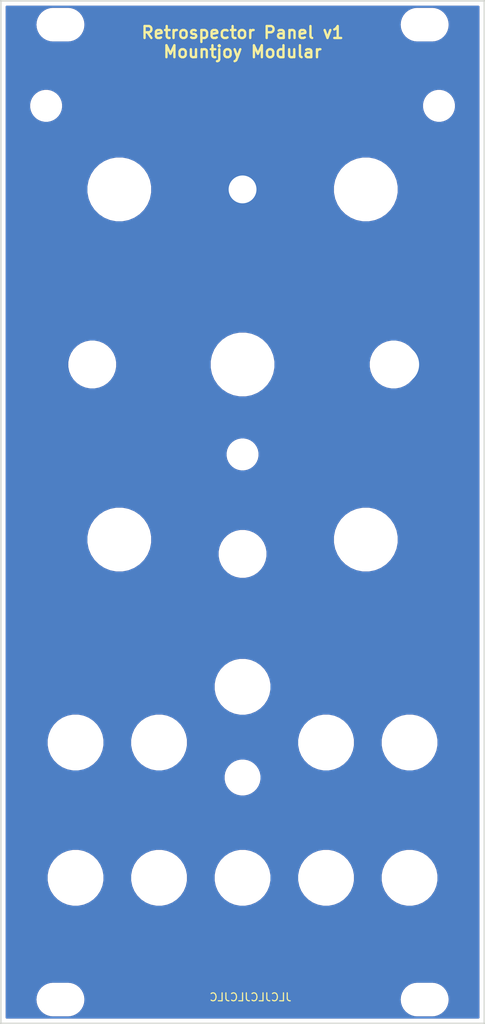
<source format=kicad_pcb>
(kicad_pcb (version 20171130) (host pcbnew "(5.1.9)-1")

  (general
    (thickness 1.6)
    (drawings 63)
    (tracks 0)
    (zones 0)
    (modules 28)
    (nets 1)
  )

  (page A4)
  (layers
    (0 F.Cu signal hide)
    (31 B.Cu signal hide)
    (36 B.SilkS user)
    (37 F.SilkS user hide)
    (38 B.Mask user)
    (39 F.Mask user)
    (40 Dwgs.User user hide)
    (41 Cmts.User user)
    (44 Edge.Cuts user)
    (45 Margin user)
    (46 B.CrtYd user)
    (47 F.CrtYd user)
    (48 B.Fab user)
    (49 F.Fab user)
  )

  (setup
    (last_trace_width 0.4)
    (user_trace_width 0.3)
    (user_trace_width 0.4)
    (user_trace_width 0.5)
    (trace_clearance 0.2)
    (zone_clearance 0.508)
    (zone_45_only no)
    (trace_min 0.2)
    (via_size 0.8)
    (via_drill 0.4)
    (via_min_size 0.4)
    (via_min_drill 0.3)
    (uvia_size 0.3)
    (uvia_drill 0.1)
    (uvias_allowed no)
    (uvia_min_size 0.2)
    (uvia_min_drill 0.1)
    (edge_width 0.1)
    (segment_width 0.2)
    (pcb_text_width 0.3)
    (pcb_text_size 1.5 1.5)
    (mod_edge_width 0.15)
    (mod_text_size 1 1)
    (mod_text_width 0.15)
    (pad_size 1.5 1.5)
    (pad_drill 0.6)
    (pad_to_mask_clearance 0)
    (solder_mask_min_width 0.25)
    (aux_axis_origin 0 0)
    (visible_elements 7FFDF77F)
    (pcbplotparams
      (layerselection 0x010f0_ffffffff)
      (usegerberextensions false)
      (usegerberattributes false)
      (usegerberadvancedattributes false)
      (creategerberjobfile false)
      (excludeedgelayer true)
      (linewidth 0.100000)
      (plotframeref false)
      (viasonmask false)
      (mode 1)
      (useauxorigin false)
      (hpglpennumber 1)
      (hpglpenspeed 20)
      (hpglpendiameter 15.000000)
      (psnegative false)
      (psa4output false)
      (plotreference true)
      (plotvalue true)
      (plotinvisibletext false)
      (padsonsilk false)
      (subtractmaskfromsilk false)
      (outputformat 1)
      (mirror false)
      (drillshape 0)
      (scaleselection 1)
      (outputdirectory "Gerbers/Panel/"))
  )

  (net 0 "")

  (net_class Default "This is the default net class."
    (clearance 0.2)
    (trace_width 0.4)
    (via_dia 0.8)
    (via_drill 0.4)
    (uvia_dia 0.3)
    (uvia_drill 0.1)
  )

  (net_class Wide_Power ""
    (clearance 0.2)
    (trace_width 0.5)
    (via_dia 0.8)
    (via_drill 0.4)
    (uvia_dia 0.3)
    (uvia_drill 0.1)
  )

  (module Custom_Footprints:Small_Pushbutton_Hole_3.5mm (layer B.Cu) (tedit 5F7CC77F) (tstamp 603FF4C1)
    (at 130 64.5)
    (descr "Button Hole 3.5mm")
    (fp_text reference RESET (at 0 5.4) (layer B.SilkS) hide
      (effects (font (size 1 1) (thickness 0.15)) (justify mirror))
    )
    (fp_text value Subminiature_Switch (at 0 -5.1) (layer B.Fab) hide
      (effects (font (size 1 1) (thickness 0.15)) (justify mirror))
    )
    (fp_circle (center 0 0) (end 1.6 0) (layer B.CrtYd) (width 0.05))
    (fp_circle (center 0 0) (end 1.5 0) (layer Cmts.User) (width 0.15))
    (pad "" np_thru_hole circle (at 0 0) (size 3.5 3.5) (drill 3.5) (layers *.Cu *.Mask))
    (model ${KISYS3DMOD}/Button_Switch_THT.3dshapes/SW_PUSH_6mm_H13mm.wrl
      (offset (xyz -3.15 2.25 -11.5))
      (scale (xyz 1 1 1))
      (rotate (xyz 0 0 0))
    )
  )

  (module Custom_Footprints:LED_Hole_3mm (layer B.Cu) (tedit 5F7CCA4A) (tstamp 603FCE07)
    (at 130 97.8)
    (descr "Mounting Hole 6mm, no annular")
    (tags "mounting hole 6mm no annular")
    (fp_text reference LED_R (at 0 5.4) (layer B.SilkS) hide
      (effects (font (size 1 1) (thickness 0.15)) (justify mirror))
    )
    (fp_text value Subminiature_Switch (at 0 -5.1) (layer B.Fab) hide
      (effects (font (size 1 1) (thickness 0.15)) (justify mirror))
    )
    (fp_circle (center 0 0) (end 1.5 0) (layer Cmts.User) (width 0.1))
    (fp_circle (center 0 0) (end 1.6 0) (layer B.CrtYd) (width 0.05))
    (pad "" np_thru_hole circle (at 0 0) (size 3 3) (drill 3) (layers *.Cu *.Mask))
    (model ${KISYS3DMOD}/LED_THT.3dshapes/LED_D3.0mm_FlatTop.wrl
      (offset (xyz -1.27 0 -8.300000000000001))
      (scale (xyz 1 1 1))
      (rotate (xyz 0 0 0))
    )
  )

  (module Custom_Footprints:Sub_Miniature_Switch_MountingHole_5mm (layer B.Cu) (tedit 5F7CD364) (tstamp 603FCD4D)
    (at 130 110.3)
    (descr "Mounting Hole 6mm, no annular")
    (tags "mounting hole 6mm no annular")
    (fp_text reference TYPE (at 0 5.4) (layer B.SilkS) hide
      (effects (font (size 1 1) (thickness 0.15)) (justify mirror))
    )
    (fp_text value Subminiature_Switch (at 0 -5.1) (layer B.Fab) hide
      (effects (font (size 1 1) (thickness 0.15)) (justify mirror))
    )
    (fp_circle (center 0 0) (end 2.5 0) (layer Cmts.User) (width 0.15))
    (fp_circle (center 0 0) (end 4 0) (layer B.CrtYd) (width 0.05))
    (pad "" np_thru_hole circle (at 0 0) (size 5 5) (drill 5) (layers *.Cu *.Mask))
    (model ":custom_3d:Eledis 1A11-NF1STSE SPDT Toggle Switch.stp"
      (offset (xyz 0 3.8 -12))
      (scale (xyz 0.8 0.8 0.8))
      (rotate (xyz 0 0 90))
    )
    (model :custom_3d:6mm_Nut.wrl
      (at (xyz 0 0 0))
      (scale (xyz 0.87 0.87 0.87))
      (rotate (xyz 0 0 0))
    )
  )

  (module Custom_Footprints:Thonkiconn_Socket_MountingHole_6mm (layer B.Cu) (tedit 5F7C9DF4) (tstamp 603FCCD1)
    (at 130 127)
    (descr "Mounting Hole 6mm, no annular")
    (tags "mounting hole 6mm no annular")
    (fp_text reference Ref** (at 0 5.8) (layer B.SilkS) hide
      (effects (font (size 1 1) (thickness 0.15)) (justify mirror))
    )
    (fp_text value Thonkiconn_Socket_MountingHole_6mm (at 0 -5.825) (layer B.Fab)
      (effects (font (size 1 1) (thickness 0.15)) (justify mirror))
    )
    (fp_circle (center 0 0) (end 4.5 0) (layer B.CrtYd) (width 0.05))
    (pad "" np_thru_hole circle (at 0 0) (size 6 6) (drill 6) (layers *.Cu *.Mask))
    (model ":custom_3d:PJ301M-12 Thonkiconn v0.2.stp"
      (offset (xyz 0 0.7 -11.5))
      (scale (xyz 1 1 1))
      (rotate (xyz 0 0 0))
    )
    (model :custom_3d:6mm_Nut.wrl
      (at (xyz 0 0 0))
      (scale (xyz 1 1 1))
      (rotate (xyz 0 0 0))
    )
  )

  (module Custom_Footprints:Alpha_9mm_pot_hole (layer B.Cu) (tedit 5F7C9874) (tstamp 5F775307)
    (at 114.5 108.5)
    (descr "Mounting Hole 7mm")
    (tags "mounting hole 7mm")
    (fp_text reference MIX (at 0 6.8) (layer B.SilkS) hide
      (effects (font (size 1 1) (thickness 0.15)) (justify mirror))
    )
    (fp_text value Alpha_9mm_pot_hole (at 0 -7) (layer B.Fab) hide
      (effects (font (size 1 1) (thickness 0.15)) (justify mirror))
    )
    (fp_circle (center 0 0) (end 6 0) (layer B.CrtYd) (width 0.05))
    (fp_circle (center 0 0) (end 3.5 0) (layer Cmts.User) (width 0.15))
    (fp_circle (center 0 0) (end 7.75 0) (layer Dwgs.User) (width 0.15))
    (pad "" np_thru_hole circle (at 0 0) (size 7 7) (drill 7) (layers *.Cu *.Mask))
    (model :custom_3d:Sifam_Knob_Small_Skirted.wrl
      (at (xyz 0 0 0))
      (scale (xyz 1 1 1))
      (rotate (xyz 0 0 0))
    )
  )

  (module Custom_Footprints:Alpha_9mm_pot_hole (layer B.Cu) (tedit 5F7C9874) (tstamp 5F775307)
    (at 145.5 108.5)
    (descr "Mounting Hole 7mm")
    (tags "mounting hole 7mm")
    (fp_text reference FEEDBACK (at 0 6.8) (layer B.SilkS) hide
      (effects (font (size 1 1) (thickness 0.15)) (justify mirror))
    )
    (fp_text value Alpha_9mm_pot_hole (at 0 -7) (layer B.Fab) hide
      (effects (font (size 1 1) (thickness 0.15)) (justify mirror))
    )
    (fp_circle (center 0 0) (end 6 0) (layer B.CrtYd) (width 0.05))
    (fp_circle (center 0 0) (end 3.5 0) (layer Cmts.User) (width 0.15))
    (fp_circle (center 0 0) (end 7.75 0) (layer Dwgs.User) (width 0.15))
    (pad "" np_thru_hole circle (at 0 0) (size 7 7) (drill 7) (layers *.Cu *.Mask))
    (model :custom_3d:Sifam_Knob_Small_Skirted.wrl
      (at (xyz 0 0 0))
      (scale (xyz 1 1 1))
      (rotate (xyz 0 0 0))
    )
  )

  (module Custom_Footprints:Alpha_9mm_pot_hole (layer B.Cu) (tedit 5F7CC90C) (tstamp 5F81E045)
    (at 145.5 64.5)
    (descr "Mounting Hole 7mm")
    (tags "mounting hole 7mm")
    (fp_text reference DELAY_L (at 0 6.8) (layer B.SilkS) hide
      (effects (font (size 1 1) (thickness 0.15)) (justify mirror))
    )
    (fp_text value Alpha_9mm_pot_hole (at 0 -7) (layer B.Fab) hide
      (effects (font (size 1 1) (thickness 0.15)) (justify mirror))
    )
    (fp_circle (center 0 0) (end 6 0) (layer B.CrtYd) (width 0.05))
    (fp_circle (center 0 0) (end 3.5 0) (layer Cmts.User) (width 0.15))
    (fp_circle (center 0 0) (end 7.75 0) (layer Dwgs.User) (width 0.15))
    (pad "" np_thru_hole circle (at 0 0) (size 7 7) (drill 7) (layers *.Cu *.Mask))
    (model :custom_3d:Sifam_Knob_Small_Skirted.wrl
      (at (xyz 0 0 0))
      (scale (xyz 1 1 1))
      (rotate (xyz 0 0 0))
    )
  )

  (module Custom_Footprints:Sub_Miniature_Switch_MountingHole_5mm (layer B.Cu) (tedit 5F7CD364) (tstamp 5F775477)
    (at 110.6 86.5)
    (descr "Mounting Hole 6mm, no annular")
    (tags "mounting hole 6mm no annular")
    (fp_text reference TYPE (at 0 5.4) (layer B.SilkS) hide
      (effects (font (size 1 1) (thickness 0.15)) (justify mirror))
    )
    (fp_text value Subminiature_Switch (at 0 -5.1) (layer B.Fab) hide
      (effects (font (size 1 1) (thickness 0.15)) (justify mirror))
    )
    (fp_circle (center 0 0) (end 2.5 0) (layer Cmts.User) (width 0.15))
    (fp_circle (center 0 0) (end 4 0) (layer B.CrtYd) (width 0.05))
    (pad "" np_thru_hole circle (at 0 0) (size 5 5) (drill 5) (layers *.Cu *.Mask))
    (model ":custom_3d:Eledis 1A11-NF1STSE SPDT Toggle Switch.stp"
      (offset (xyz 0 3.8 -12))
      (scale (xyz 0.8 0.8 0.8))
      (rotate (xyz 0 0 90))
    )
    (model :custom_3d:6mm_Nut.wrl
      (at (xyz 0 0 0))
      (scale (xyz 0.87 0.87 0.87))
      (rotate (xyz 0 0 0))
    )
  )

  (module Custom_Footprints:Sub_Miniature_Switch_MountingHole_5mm (layer B.Cu) (tedit 5F7CD364) (tstamp 5F775458)
    (at 149.7 86.5)
    (descr "Mounting Hole 6mm, no annular")
    (tags "mounting hole 6mm no annular")
    (fp_text reference MODE (at 0 5.4) (layer B.SilkS) hide
      (effects (font (size 1 1) (thickness 0.15)) (justify mirror))
    )
    (fp_text value Subminiature_Switch (at 0 -5.1) (layer B.Fab) hide
      (effects (font (size 1 1) (thickness 0.15)) (justify mirror))
    )
    (fp_circle (center 0 0) (end 4 0) (layer B.CrtYd) (width 0.05))
    (fp_circle (center 0 0) (end 2.5 0) (layer Cmts.User) (width 0.15))
    (pad "" np_thru_hole circle (at 0 0) (size 5 5) (drill 5) (layers *.Cu *.Mask))
    (model ":custom_3d:Eledis 1A11-NF1STSE SPDT Toggle Switch.stp"
      (offset (xyz 0 3.8 -12))
      (scale (xyz 0.8 0.8 0.8))
      (rotate (xyz 0 0 90))
    )
    (model :custom_3d:6mm_Nut.wrl
      (at (xyz 0 0 0))
      (scale (xyz 0.87 0.87 0.87))
      (rotate (xyz 0 0 0))
    )
  )

  (module Custom_Footprints:LED_Hole_3mm (layer B.Cu) (tedit 5F7CCA4A) (tstamp 5F775414)
    (at 105.3 54)
    (descr "Mounting Hole 6mm, no annular")
    (tags "mounting hole 6mm no annular")
    (fp_text reference LED_R (at 0 5.4) (layer B.SilkS) hide
      (effects (font (size 1 1) (thickness 0.15)) (justify mirror))
    )
    (fp_text value Subminiature_Switch (at 0 -5.1) (layer B.Fab) hide
      (effects (font (size 1 1) (thickness 0.15)) (justify mirror))
    )
    (fp_circle (center 0 0) (end 1.6 0) (layer B.CrtYd) (width 0.05))
    (fp_circle (center 0 0) (end 1.5 0) (layer Cmts.User) (width 0.1))
    (pad "" np_thru_hole circle (at 0 0) (size 3 3) (drill 3) (layers *.Cu *.Mask))
    (model ${KISYS3DMOD}/LED_THT.3dshapes/LED_D3.0mm_FlatTop.wrl
      (offset (xyz -1.27 0 -8.300000000000001))
      (scale (xyz 1 1 1))
      (rotate (xyz 0 0 0))
    )
  )

  (module Custom_Footprints:LED_Hole_3mm (layer B.Cu) (tedit 5F7CCA4A) (tstamp 5F775433)
    (at 154.7 54)
    (descr "Mounting Hole 6mm, no annular")
    (tags "mounting hole 6mm no annular")
    (fp_text reference LED_L (at 0 5.4) (layer B.SilkS) hide
      (effects (font (size 1 1) (thickness 0.15)) (justify mirror))
    )
    (fp_text value Subminiature_Switch (at 0 -5.1) (layer B.Fab) hide
      (effects (font (size 1 1) (thickness 0.15)) (justify mirror))
    )
    (fp_circle (center 0 0) (end 1.6 0) (layer B.CrtYd) (width 0.05))
    (fp_circle (center 0 0) (end 1.5 0) (layer Cmts.User) (width 0.1))
    (pad "" np_thru_hole circle (at 0 0) (size 3 3) (drill 3) (layers *.Cu *.Mask))
    (model ${KISYS3DMOD}/LED_THT.3dshapes/LED_D3.0mm_FlatTop.wrl
      (offset (xyz -1.27 0 -8.300000000000001))
      (scale (xyz 1 1 1))
      (rotate (xyz 0 0 0))
    )
  )

  (module Custom_Footprints:Small_Pushbutton_Hole_3.5mm (layer B.Cu) (tedit 5F7CC77F) (tstamp 5F77549C)
    (at 130 138.4)
    (descr "Button Hole 3.5mm")
    (fp_text reference RESET (at 0 5.4) (layer B.SilkS) hide
      (effects (font (size 1 1) (thickness 0.15)) (justify mirror))
    )
    (fp_text value Subminiature_Switch (at 0 -5.1) (layer B.Fab) hide
      (effects (font (size 1 1) (thickness 0.15)) (justify mirror))
    )
    (fp_circle (center 0 0) (end 1.5 0) (layer Cmts.User) (width 0.15))
    (fp_circle (center 0 0) (end 1.6 0) (layer B.CrtYd) (width 0.05))
    (pad "" np_thru_hole circle (at 0 0) (size 3.5 3.5) (drill 3.5) (layers *.Cu *.Mask))
    (model ${KISYS3DMOD}/Button_Switch_THT.3dshapes/SW_PUSH_6mm_H13mm.wrl
      (offset (xyz -3.15 2.25 -11.5))
      (scale (xyz 1 1 1))
      (rotate (xyz 0 0 0))
    )
  )

  (module Custom_Footprints:Thonkiconn_Socket_MountingHole_6mm (layer B.Cu) (tedit 5F7C9DF4) (tstamp 5F7752A8)
    (at 119.5 151)
    (descr "Mounting Hole 6mm, no annular")
    (tags "mounting hole 6mm no annular")
    (fp_text reference Ref** (at 0 5.8) (layer B.SilkS) hide
      (effects (font (size 1 1) (thickness 0.15)) (justify mirror))
    )
    (fp_text value Thonkiconn_Socket_MountingHole_6mm (at 0 -5.825) (layer B.Fab)
      (effects (font (size 1 1) (thickness 0.15)) (justify mirror))
    )
    (fp_circle (center 0 0) (end 4.5 0) (layer B.CrtYd) (width 0.05))
    (pad "" np_thru_hole circle (at 0 0) (size 6 6) (drill 6) (layers *.Cu *.Mask))
    (model ":custom_3d:PJ301M-12 Thonkiconn v0.2.stp"
      (offset (xyz 0 0.7 -11.5))
      (scale (xyz 1 1 1))
      (rotate (xyz 0 0 0))
    )
    (model :custom_3d:6mm_Nut.wrl
      (at (xyz 0 0 0))
      (scale (xyz 1 1 1))
      (rotate (xyz 0 0 0))
    )
  )

  (module Custom_Footprints:Thonkiconn_Socket_MountingHole_6mm (layer B.Cu) (tedit 5F7C9DF4) (tstamp 5F7752A8)
    (at 109 151)
    (descr "Mounting Hole 6mm, no annular")
    (tags "mounting hole 6mm no annular")
    (fp_text reference Ref** (at 0 5.8) (layer B.SilkS) hide
      (effects (font (size 1 1) (thickness 0.15)) (justify mirror))
    )
    (fp_text value Thonkiconn_Socket_MountingHole_6mm (at 0 -5.825) (layer B.Fab)
      (effects (font (size 1 1) (thickness 0.15)) (justify mirror))
    )
    (fp_circle (center 0 0) (end 4.5 0) (layer B.CrtYd) (width 0.05))
    (pad "" np_thru_hole circle (at 0 0) (size 6 6) (drill 6) (layers *.Cu *.Mask))
    (model ":custom_3d:PJ301M-12 Thonkiconn v0.2.stp"
      (offset (xyz 0 0.7 -11.5))
      (scale (xyz 1 1 1))
      (rotate (xyz 0 0 0))
    )
    (model :custom_3d:6mm_Nut.wrl
      (at (xyz 0 0 0))
      (scale (xyz 1 1 1))
      (rotate (xyz 0 0 0))
    )
  )

  (module Custom_Footprints:Thonkiconn_Socket_MountingHole_6mm (layer B.Cu) (tedit 5F7C9DF4) (tstamp 5F7752A8)
    (at 140.5 151)
    (descr "Mounting Hole 6mm, no annular")
    (tags "mounting hole 6mm no annular")
    (fp_text reference Ref** (at 0 5.8) (layer B.SilkS) hide
      (effects (font (size 1 1) (thickness 0.15)) (justify mirror))
    )
    (fp_text value Thonkiconn_Socket_MountingHole_6mm (at 0 -5.825) (layer B.Fab)
      (effects (font (size 1 1) (thickness 0.15)) (justify mirror))
    )
    (fp_circle (center 0 0) (end 4.5 0) (layer B.CrtYd) (width 0.05))
    (pad "" np_thru_hole circle (at 0 0) (size 6 6) (drill 6) (layers *.Cu *.Mask))
    (model ":custom_3d:PJ301M-12 Thonkiconn v0.2.stp"
      (offset (xyz 0 0.7 -11.5))
      (scale (xyz 1 1 1))
      (rotate (xyz 0 0 0))
    )
    (model :custom_3d:6mm_Nut.wrl
      (at (xyz 0 0 0))
      (scale (xyz 1 1 1))
      (rotate (xyz 0 0 0))
    )
  )

  (module Custom_Footprints:Thonkiconn_Socket_MountingHole_6mm (layer B.Cu) (tedit 5F7C9DF4) (tstamp 5F7752A8)
    (at 151 151)
    (descr "Mounting Hole 6mm, no annular")
    (tags "mounting hole 6mm no annular")
    (fp_text reference Ref** (at 0 5.8) (layer B.SilkS) hide
      (effects (font (size 1 1) (thickness 0.15)) (justify mirror))
    )
    (fp_text value Thonkiconn_Socket_MountingHole_6mm (at 0 -5.825) (layer B.Fab)
      (effects (font (size 1 1) (thickness 0.15)) (justify mirror))
    )
    (fp_circle (center 0 0) (end 4.5 0) (layer B.CrtYd) (width 0.05))
    (pad "" np_thru_hole circle (at 0 0) (size 6 6) (drill 6) (layers *.Cu *.Mask))
    (model ":custom_3d:PJ301M-12 Thonkiconn v0.2.stp"
      (offset (xyz 0 0.7 -11.5))
      (scale (xyz 1 1 1))
      (rotate (xyz 0 0 0))
    )
    (model :custom_3d:6mm_Nut.wrl
      (at (xyz 0 0 0))
      (scale (xyz 1 1 1))
      (rotate (xyz 0 0 0))
    )
  )

  (module Custom_Footprints:Thonkiconn_Socket_MountingHole_6mm (layer B.Cu) (tedit 5F7C9DF4) (tstamp 5F7752A8)
    (at 151 134)
    (descr "Mounting Hole 6mm, no annular")
    (tags "mounting hole 6mm no annular")
    (fp_text reference Ref** (at 0 5.8) (layer B.SilkS) hide
      (effects (font (size 1 1) (thickness 0.15)) (justify mirror))
    )
    (fp_text value Thonkiconn_Socket_MountingHole_6mm (at 0 -5.825) (layer B.Fab)
      (effects (font (size 1 1) (thickness 0.15)) (justify mirror))
    )
    (fp_circle (center 0 0) (end 4.5 0) (layer B.CrtYd) (width 0.05))
    (pad "" np_thru_hole circle (at 0 0) (size 6 6) (drill 6) (layers *.Cu *.Mask))
    (model ":custom_3d:PJ301M-12 Thonkiconn v0.2.stp"
      (offset (xyz 0 0.7 -11.5))
      (scale (xyz 1 1 1))
      (rotate (xyz 0 0 0))
    )
    (model :custom_3d:6mm_Nut.wrl
      (at (xyz 0 0 0))
      (scale (xyz 1 1 1))
      (rotate (xyz 0 0 0))
    )
  )

  (module Custom_Footprints:Thonkiconn_Socket_MountingHole_6mm (layer B.Cu) (tedit 5F7C9DF4) (tstamp 5F7752A8)
    (at 140.5 134)
    (descr "Mounting Hole 6mm, no annular")
    (tags "mounting hole 6mm no annular")
    (fp_text reference Ref** (at 0 5.8) (layer B.SilkS) hide
      (effects (font (size 1 1) (thickness 0.15)) (justify mirror))
    )
    (fp_text value Thonkiconn_Socket_MountingHole_6mm (at 0 -5.825) (layer B.Fab)
      (effects (font (size 1 1) (thickness 0.15)) (justify mirror))
    )
    (fp_circle (center 0 0) (end 4.5 0) (layer B.CrtYd) (width 0.05))
    (pad "" np_thru_hole circle (at 0 0) (size 6 6) (drill 6) (layers *.Cu *.Mask))
    (model ":custom_3d:PJ301M-12 Thonkiconn v0.2.stp"
      (offset (xyz 0 0.7 -11.5))
      (scale (xyz 1 1 1))
      (rotate (xyz 0 0 0))
    )
    (model :custom_3d:6mm_Nut.wrl
      (at (xyz 0 0 0))
      (scale (xyz 1 1 1))
      (rotate (xyz 0 0 0))
    )
  )

  (module Custom_Footprints:Thonkiconn_Socket_MountingHole_6mm (layer B.Cu) (tedit 5F7C9DF4) (tstamp 5F7752A8)
    (at 130 151)
    (descr "Mounting Hole 6mm, no annular")
    (tags "mounting hole 6mm no annular")
    (fp_text reference Ref** (at 0 5.8) (layer B.SilkS) hide
      (effects (font (size 1 1) (thickness 0.15)) (justify mirror))
    )
    (fp_text value Thonkiconn_Socket_MountingHole_6mm (at 0 -5.825) (layer B.Fab)
      (effects (font (size 1 1) (thickness 0.15)) (justify mirror))
    )
    (fp_circle (center 0 0) (end 4.5 0) (layer B.CrtYd) (width 0.05))
    (pad "" np_thru_hole circle (at 0 0) (size 6 6) (drill 6) (layers *.Cu *.Mask))
    (model ":custom_3d:PJ301M-12 Thonkiconn v0.2.stp"
      (offset (xyz 0 0.7 -11.5))
      (scale (xyz 1 1 1))
      (rotate (xyz 0 0 0))
    )
    (model :custom_3d:6mm_Nut.wrl
      (at (xyz 0 0 0))
      (scale (xyz 1 1 1))
      (rotate (xyz 0 0 0))
    )
  )

  (module Custom_Footprints:Thonkiconn_Socket_MountingHole_6mm (layer B.Cu) (tedit 5F7C9DF4) (tstamp 5F775284)
    (at 119.5 134)
    (descr "Mounting Hole 6mm, no annular")
    (tags "mounting hole 6mm no annular")
    (fp_text reference Ref** (at 0 5.8) (layer B.SilkS) hide
      (effects (font (size 1 1) (thickness 0.15)) (justify mirror))
    )
    (fp_text value Thonkiconn_Socket_MountingHole_6mm (at 0 -5.825) (layer B.Fab)
      (effects (font (size 1 1) (thickness 0.15)) (justify mirror))
    )
    (fp_circle (center 0 0) (end 4.5 0) (layer B.CrtYd) (width 0.05))
    (pad "" np_thru_hole circle (at 0 0) (size 6 6) (drill 6) (layers *.Cu *.Mask))
    (model ":custom_3d:PJ301M-12 Thonkiconn v0.2.stp"
      (offset (xyz 0 0.7 -11.5))
      (scale (xyz 1 1 1))
      (rotate (xyz 0 0 0))
    )
    (model :custom_3d:6mm_Nut.wrl
      (at (xyz 0 0 0))
      (scale (xyz 1 1 1))
      (rotate (xyz 0 0 0))
    )
  )

  (module Custom_Footprints:Thonkiconn_Socket_MountingHole_6mm (layer B.Cu) (tedit 5F7C9DF4) (tstamp 5F77522A)
    (at 109 134)
    (descr "Mounting Hole 6mm, no annular")
    (tags "mounting hole 6mm no annular")
    (fp_text reference Ref** (at 0 5.8) (layer B.SilkS) hide
      (effects (font (size 1 1) (thickness 0.15)) (justify mirror))
    )
    (fp_text value Thonkiconn_Socket_MountingHole_6mm (at 0 -5.825) (layer B.Fab)
      (effects (font (size 1 1) (thickness 0.15)) (justify mirror))
    )
    (fp_circle (center 0 0) (end 4.5 0) (layer B.CrtYd) (width 0.05))
    (pad "" np_thru_hole circle (at 0 0) (size 6 6) (drill 6) (layers *.Cu *.Mask))
    (model ":custom_3d:PJ301M-12 Thonkiconn v0.2.stp"
      (offset (xyz 0 0.7 -11.5))
      (scale (xyz 1 1 1))
      (rotate (xyz 0 0 0))
    )
    (model :custom_3d:6mm_Nut.wrl
      (at (xyz 0 0 0))
      (scale (xyz 1 1 1))
      (rotate (xyz 0 0 0))
    )
  )

  (module Custom_Footprints:Alpha_9mm_pot_hole (layer B.Cu) (tedit 5F7C9874) (tstamp 5F775306)
    (at 114.5 64.5)
    (descr "Mounting Hole 7mm")
    (tags "mounting hole 7mm")
    (fp_text reference DELAY_R (at 0 6.8) (layer B.SilkS) hide
      (effects (font (size 1 1) (thickness 0.15)) (justify mirror))
    )
    (fp_text value Alpha_9mm_pot_hole (at 0 -7) (layer B.Fab) hide
      (effects (font (size 1 1) (thickness 0.15)) (justify mirror))
    )
    (fp_circle (center 0 0) (end 6 0) (layer B.CrtYd) (width 0.05))
    (fp_circle (center 0 0) (end 3.5 0) (layer Cmts.User) (width 0.15))
    (fp_circle (center 0 0) (end 7.75 0) (layer Dwgs.User) (width 0.15))
    (pad "" np_thru_hole circle (at 0 0) (size 7 7) (drill 7) (layers *.Cu *.Mask))
    (model :custom_3d:Sifam_Knob_Small_Skirted.wrl
      (at (xyz 0 0 0))
      (scale (xyz 1 1 1))
      (rotate (xyz 0 0 0))
    )
  )

  (module Custom_Footprints:Alpha_9mm_pot_hole (layer B.Cu) (tedit 5F7C9874) (tstamp 5F775307)
    (at 130 86.5)
    (descr "Mounting Hole 7mm")
    (tags "mounting hole 7mm")
    (fp_text reference TONE (at 0 6.8) (layer B.SilkS) hide
      (effects (font (size 1 1) (thickness 0.15)) (justify mirror))
    )
    (fp_text value Alpha_9mm_pot_hole (at 0 -7) (layer B.Fab) hide
      (effects (font (size 1 1) (thickness 0.15)) (justify mirror))
    )
    (fp_circle (center 0 0) (end 6 0) (layer B.CrtYd) (width 0.05))
    (fp_circle (center 0 0) (end 3.5 0) (layer Cmts.User) (width 0.15))
    (fp_circle (center 0 0) (end 7.75 0) (layer Dwgs.User) (width 0.15))
    (pad "" np_thru_hole circle (at 0 0) (size 7 7) (drill 7) (layers *.Cu *.Mask))
    (model :custom_3d:Sifam_Knob_Large_Short_Unskirted.step
      (at (xyz 0 0 0))
      (scale (xyz 1 1 1))
      (rotate (xyz 0 0 0))
    )
  )

  (module logo:retrospector (layer B.Cu) (tedit 0) (tstamp 5F7AF818)
    (at 129.5 44.9 180)
    (fp_text reference G*** (at 0 0) (layer B.SilkS) hide
      (effects (font (size 1.524 1.524) (thickness 0.3)) (justify mirror))
    )
    (fp_text value LOGO (at 0.75 0) (layer B.SilkS) hide
      (effects (font (size 1.524 1.524) (thickness 0.3)) (justify mirror))
    )
    (fp_poly (pts (xy -13.260256 1.417863) (xy -13.010392 1.405169) (xy -12.824314 1.378117) (xy -12.670499 1.332788)
      (xy -12.573 1.291717) (xy -12.281545 1.129089) (xy -12.094815 0.943559) (xy -11.990805 0.703994)
      (xy -11.949266 0.409264) (xy -11.941038 0.167802) (xy -11.961288 0.000725) (xy -12.020908 -0.143359)
      (xy -12.090163 -0.255434) (xy -12.197231 -0.403878) (xy -12.280101 -0.495198) (xy -12.304026 -0.508972)
      (xy -12.393245 -0.540176) (xy -12.440713 -0.566888) (xy -12.474085 -0.617262) (xy -12.443772 -0.704476)
      (xy -12.339515 -0.85001) (xy -12.258047 -0.949458) (xy -12.124156 -1.116229) (xy -12.034812 -1.240908)
      (xy -12.009281 -1.296603) (xy -12.009334 -1.296652) (xy -12.074685 -1.334646) (xy -12.218899 -1.410545)
      (xy -12.360527 -1.48259) (xy -12.554999 -1.572872) (xy -12.671729 -1.603121) (xy -12.741403 -1.579426)
      (xy -12.758647 -1.561597) (xy -12.826346 -1.461968) (xy -12.928831 -1.291713) (xy -13.017595 -1.134993)
      (xy -13.2057 -0.79375) (xy -13.208 -1.4605) (xy -14.267618 -1.4605) (xy -14.322327 -0.191891)
      (xy -13.207897 -0.191891) (xy -13.193871 -0.339448) (xy -13.170042 -0.397791) (xy -13.080113 -0.410086)
      (xy -12.941068 -0.361466) (xy -12.842875 -0.299867) (xy -12.768382 -0.172899) (xy -12.783186 -0.012856)
      (xy -12.879256 0.131752) (xy -12.919458 0.16276) (xy -13.051838 0.223642) (xy -13.141708 0.223976)
      (xy -13.179435 0.142071) (xy -13.202292 -0.013968) (xy -13.207897 -0.191891) (xy -14.322327 -0.191891)
      (xy -14.328549 -0.047625) (xy -14.345377 0.362317) (xy -14.358759 0.727851) (xy -14.368152 1.030539)
      (xy -14.373017 1.251945) (xy -14.37281 1.373633) (xy -14.370794 1.391154) (xy -14.303806 1.40152)
      (xy -14.135444 1.410455) (xy -13.891335 1.416989) (xy -13.60543 1.42012) (xy -13.260256 1.417863)) (layer B.Mask) (width 0.01))
    (fp_poly (pts (xy -6.148256 1.417863) (xy -5.898392 1.405169) (xy -5.712314 1.378117) (xy -5.558499 1.332788)
      (xy -5.461 1.291717) (xy -5.169545 1.129089) (xy -4.982815 0.943559) (xy -4.878805 0.703994)
      (xy -4.837266 0.409264) (xy -4.829038 0.167802) (xy -4.849288 0.000725) (xy -4.908908 -0.143359)
      (xy -4.978163 -0.255434) (xy -5.085231 -0.403878) (xy -5.168101 -0.495198) (xy -5.192026 -0.508972)
      (xy -5.281245 -0.540176) (xy -5.328713 -0.566888) (xy -5.362085 -0.617262) (xy -5.331772 -0.704476)
      (xy -5.227515 -0.85001) (xy -5.146047 -0.949458) (xy -5.012156 -1.116229) (xy -4.922812 -1.240908)
      (xy -4.897281 -1.296603) (xy -4.897334 -1.296652) (xy -4.962685 -1.334646) (xy -5.106899 -1.410545)
      (xy -5.248527 -1.48259) (xy -5.442999 -1.572872) (xy -5.559729 -1.603121) (xy -5.629403 -1.579426)
      (xy -5.646647 -1.561597) (xy -5.714346 -1.461968) (xy -5.816831 -1.291713) (xy -5.905595 -1.134993)
      (xy -6.0937 -0.79375) (xy -6.096 -1.4605) (xy -7.155618 -1.4605) (xy -7.210327 -0.191891)
      (xy -6.095897 -0.191891) (xy -6.081871 -0.339448) (xy -6.058042 -0.397791) (xy -5.968113 -0.410086)
      (xy -5.829068 -0.361466) (xy -5.730875 -0.299867) (xy -5.656382 -0.172899) (xy -5.671186 -0.012856)
      (xy -5.767256 0.131752) (xy -5.807458 0.16276) (xy -5.939838 0.223642) (xy -6.029708 0.223976)
      (xy -6.067435 0.142071) (xy -6.090292 -0.013968) (xy -6.095897 -0.191891) (xy -7.210327 -0.191891)
      (xy -7.216549 -0.047625) (xy -7.233377 0.362317) (xy -7.246759 0.727851) (xy -7.256152 1.030539)
      (xy -7.261017 1.251945) (xy -7.26081 1.373633) (xy -7.258794 1.391154) (xy -7.191806 1.40152)
      (xy -7.023444 1.410455) (xy -6.779335 1.416989) (xy -6.49343 1.42012) (xy -6.148256 1.417863)) (layer B.Mask) (width 0.01))
    (fp_poly (pts (xy 12.965244 1.417863) (xy 13.215108 1.405169) (xy 13.401186 1.378117) (xy 13.555001 1.332788)
      (xy 13.6525 1.291717) (xy 13.943955 1.129089) (xy 14.130685 0.943559) (xy 14.234695 0.703994)
      (xy 14.276234 0.409264) (xy 14.284462 0.167802) (xy 14.264212 0.000725) (xy 14.204592 -0.143359)
      (xy 14.135337 -0.255434) (xy 14.028269 -0.403878) (xy 13.945399 -0.495198) (xy 13.921474 -0.508972)
      (xy 13.832255 -0.540176) (xy 13.784787 -0.566888) (xy 13.751415 -0.617262) (xy 13.781728 -0.704476)
      (xy 13.885985 -0.85001) (xy 13.967453 -0.949458) (xy 14.101344 -1.116229) (xy 14.190688 -1.240908)
      (xy 14.216219 -1.296603) (xy 14.216166 -1.296652) (xy 14.150815 -1.334646) (xy 14.006601 -1.410545)
      (xy 13.864973 -1.48259) (xy 13.670501 -1.572872) (xy 13.553771 -1.603121) (xy 13.484097 -1.579426)
      (xy 13.466853 -1.561597) (xy 13.399154 -1.461968) (xy 13.296669 -1.291713) (xy 13.207905 -1.134993)
      (xy 13.0198 -0.79375) (xy 13.0175 -1.4605) (xy 11.957882 -1.4605) (xy 11.903173 -0.191891)
      (xy 13.017603 -0.191891) (xy 13.031629 -0.339448) (xy 13.055458 -0.397791) (xy 13.145387 -0.410086)
      (xy 13.284432 -0.361466) (xy 13.382625 -0.299867) (xy 13.457118 -0.172899) (xy 13.442314 -0.012856)
      (xy 13.346244 0.131752) (xy 13.306042 0.16276) (xy 13.173662 0.223642) (xy 13.083792 0.223976)
      (xy 13.046065 0.142071) (xy 13.023208 -0.013968) (xy 13.017603 -0.191891) (xy 11.903173 -0.191891)
      (xy 11.896951 -0.047625) (xy 11.880123 0.362317) (xy 11.866741 0.727851) (xy 11.857348 1.030539)
      (xy 11.852483 1.251945) (xy 11.85269 1.373633) (xy 11.854706 1.391154) (xy 11.921694 1.40152)
      (xy 12.090056 1.410455) (xy 12.334165 1.416989) (xy 12.62007 1.42012) (xy 12.965244 1.417863)) (layer B.Mask) (width 0.01))
    (fp_poly (pts (xy -2.960994 1.4069) (xy -2.650773 1.213027) (xy -2.409438 0.924995) (xy -2.341859 0.796378)
      (xy -2.258826 0.511288) (xy -2.222289 0.157361) (xy -2.231837 -0.216219) (xy -2.287061 -0.560268)
      (xy -2.354836 -0.762) (xy -2.556611 -1.113505) (xy -2.798095 -1.350775) (xy -3.093936 -1.484076)
      (xy -3.441722 -1.523762) (xy -3.777249 -1.483916) (xy -3.999378 -1.388724) (xy -4.17209 -1.271537)
      (xy -4.302155 -1.144401) (xy -4.424271 -0.967947) (xy -4.523741 -0.79375) (xy -4.595573 -0.6374)
      (xy -4.638699 -0.464782) (xy -4.65973 -0.237317) (xy -4.660191 -0.214552) (xy -3.768597 -0.214552)
      (xy -3.756893 -0.437782) (xy -3.697512 -0.646988) (xy -3.596938 -0.807899) (xy -3.461652 -0.886244)
      (xy -3.429 -0.889) (xy -3.307796 -0.839429) (xy -3.197631 -0.725243) (xy -3.110857 -0.512918)
      (xy -3.086987 -0.269757) (xy -3.124015 -0.042117) (xy -3.219935 0.12365) (xy -3.234952 0.136896)
      (xy -3.354655 0.221429) (xy -3.429 0.254) (xy -3.509471 0.217733) (xy -3.623049 0.136896)
      (xy -3.726144 -0.011569) (xy -3.768597 -0.214552) (xy -4.660191 -0.214552) (xy -4.665186 0.03175)
      (xy -4.661996 0.319845) (xy -4.644673 0.521216) (xy -4.605326 0.675989) (xy -4.536064 0.824286)
      (xy -4.495228 0.895867) (xy -4.307989 1.157689) (xy -4.09071 1.330015) (xy -3.801758 1.44281)
      (xy -3.69969 1.468415) (xy -3.317999 1.495675) (xy -2.960994 1.4069)) (layer B.Mask) (width 0.01))
    (fp_poly (pts (xy -0.723784 1.451704) (xy -0.545966 1.432289) (xy -0.461743 1.409001) (xy -0.418742 1.322741)
      (xy -0.378678 1.135687) (xy -0.346815 0.874024) (xy -0.341641 0.811807) (xy -0.299546 0.264169)
      (xy -0.476744 0.24321) (xy -0.653207 0.192134) (xy -0.732066 0.084746) (xy -0.716118 -0.090462)
      (xy -0.615934 -0.329741) (xy -0.52225 -0.538648) (xy -0.459982 -0.722998) (xy -0.4445 -0.813689)
      (xy -0.501451 -1.07455) (xy -0.659399 -1.283434) (xy -0.898987 -1.428913) (xy -1.200859 -1.49956)
      (xy -1.545659 -1.483943) (xy -1.571625 -1.479185) (xy -1.685086 -1.41657) (xy -1.715368 -1.344958)
      (xy -1.732422 -1.196652) (xy -1.754524 -1.095375) (xy -1.763088 -0.989511) (xy -1.687289 -0.95442)
      (xy -1.63185 -0.9525) (xy -1.402876 -0.923467) (xy -1.28659 -0.837849) (xy -1.283117 -0.697865)
      (xy -1.392579 -0.505735) (xy -1.594644 -0.283362) (xy -1.875759 0.031193) (xy -2.040009 0.32223)
      (xy -2.09183 0.603855) (xy -2.035655 0.89017) (xy -1.994347 0.987722) (xy -1.820845 1.208966)
      (xy -1.548461 1.363892) (xy -1.189937 1.446752) (xy -0.948327 1.459528) (xy -0.723784 1.451704)) (layer B.Mask) (width 0.01))
    (fp_poly (pts (xy 6.291025 1.393367) (xy 6.453059 1.369945) (xy 6.546535 1.302864) (xy 6.590305 1.169648)
      (xy 6.603221 0.94782) (xy 6.604 0.725057) (xy 6.604 0.254) (xy 6.375672 0.254)
      (xy 6.100131 0.205223) (xy 5.872548 0.072904) (xy 5.727282 -0.121935) (xy 5.716812 -0.149096)
      (xy 5.659416 -0.378782) (xy 5.684375 -0.556975) (xy 5.801813 -0.736642) (xy 5.836807 -0.776873)
      (xy 5.972249 -0.908228) (xy 6.103681 -0.96545) (xy 6.292929 -0.973915) (xy 6.315039 -0.973147)
      (xy 6.607964 -0.962044) (xy 6.565072 -1.195397) (xy 6.519328 -1.36072) (xy 6.462035 -1.466765)
      (xy 6.451965 -1.475402) (xy 6.317033 -1.513919) (xy 6.101179 -1.524517) (xy 5.846719 -1.509961)
      (xy 5.59597 -1.473015) (xy 5.391248 -1.416442) (xy 5.362206 -1.40423) (xy 5.033859 -1.190565)
      (xy 4.780909 -0.896707) (xy 4.608752 -0.547033) (xy 4.522786 -0.165917) (xy 4.528408 0.222266)
      (xy 4.631015 0.593142) (xy 4.836005 0.922336) (xy 4.844794 0.932454) (xy 5.098343 1.162955)
      (xy 5.392584 1.309363) (xy 5.755219 1.382398) (xy 6.041581 1.395606) (xy 6.291025 1.393367)) (layer B.Mask) (width 0.01))
    (fp_poly (pts (xy 10.882006 1.4069) (xy 11.192227 1.213027) (xy 11.433562 0.924995) (xy 11.501141 0.796378)
      (xy 11.584174 0.511288) (xy 11.620711 0.157361) (xy 11.611163 -0.216219) (xy 11.555939 -0.560268)
      (xy 11.488164 -0.762) (xy 11.286389 -1.113505) (xy 11.044905 -1.350775) (xy 10.749064 -1.484076)
      (xy 10.401278 -1.523762) (xy 10.065751 -1.483916) (xy 9.843622 -1.388724) (xy 9.67091 -1.271537)
      (xy 9.540845 -1.144401) (xy 9.418729 -0.967947) (xy 9.319259 -0.79375) (xy 9.247427 -0.6374)
      (xy 9.204301 -0.464782) (xy 9.18327 -0.237317) (xy 9.182809 -0.214552) (xy 10.074403 -0.214552)
      (xy 10.086107 -0.437782) (xy 10.145488 -0.646988) (xy 10.246062 -0.807899) (xy 10.381348 -0.886244)
      (xy 10.414 -0.889) (xy 10.535204 -0.839429) (xy 10.645369 -0.725243) (xy 10.732143 -0.512918)
      (xy 10.756013 -0.269757) (xy 10.718985 -0.042117) (xy 10.623065 0.12365) (xy 10.608048 0.136896)
      (xy 10.488345 0.221429) (xy 10.414 0.254) (xy 10.333529 0.217733) (xy 10.219951 0.136896)
      (xy 10.116856 -0.011569) (xy 10.074403 -0.214552) (xy 9.182809 -0.214552) (xy 9.177814 0.03175)
      (xy 9.181004 0.319845) (xy 9.198327 0.521216) (xy 9.237674 0.675989) (xy 9.306936 0.824286)
      (xy 9.347772 0.895867) (xy 9.535011 1.157689) (xy 9.75229 1.330015) (xy 10.041242 1.44281)
      (xy 10.14331 1.468415) (xy 10.525001 1.495675) (xy 10.882006 1.4069)) (layer B.Mask) (width 0.01))
    (fp_poly (pts (xy -9.89079 0.936626) (xy -9.905781 0.626932) (xy -9.925495 0.423012) (xy -9.961875 0.303848)
      (xy -10.026866 0.248418) (xy -10.13241 0.235702) (xy -10.284197 0.244254) (xy -10.473061 0.253114)
      (xy -10.567806 0.236171) (xy -10.600802 0.178986) (xy -10.6045 0.101379) (xy -10.595331 0.004497)
      (xy -10.546358 -0.044386) (xy -10.425381 -0.061581) (xy -10.279063 -0.0635) (xy -9.953625 -0.0635)
      (xy -9.993313 -0.261937) (xy -10.021221 -0.41763) (xy -10.032999 -0.515415) (xy -10.033 -0.515937)
      (xy -10.089771 -0.549077) (xy -10.233404 -0.568953) (xy -10.31875 -0.5715) (xy -10.494416 -0.576862)
      (xy -10.577611 -0.608757) (xy -10.602837 -0.690893) (xy -10.6045 -0.767876) (xy -10.6045 -0.964253)
      (xy -10.255261 -0.942501) (xy -9.906022 -0.92075) (xy -9.946101 -1.143) (xy -9.980065 -1.30454)
      (xy -10.010329 -1.406792) (xy -10.013338 -1.412875) (xy -10.083513 -1.430778) (xy -10.255852 -1.445608)
      (xy -10.505531 -1.45596) (xy -10.807726 -1.460424) (xy -10.853567 -1.4605) (xy -11.666638 -1.4605)
      (xy -11.713131 -0.116396) (xy -11.728456 0.287732) (xy -11.744795 0.651308) (xy -11.761039 0.954286)
      (xy -11.77608 1.176616) (xy -11.78881 1.298249) (xy -11.792106 1.312354) (xy -11.782295 1.345435)
      (xy -11.713115 1.369025) (xy -11.569024 1.384518) (xy -11.334484 1.393306) (xy -10.993952 1.396782)
      (xy -10.847344 1.397001) (xy -9.870099 1.397001) (xy -9.89079 0.936626)) (layer B.Mask) (width 0.01))
    (fp_poly (pts (xy -7.452977 1.254125) (xy -7.472943 1.117646) (xy -7.487111 0.903144) (xy -7.492133 0.682625)
      (xy -7.493 0.254) (xy -8.045865 0.254) (xy -8.086933 -0.23183) (xy -8.108017 -0.5343)
      (xy -8.122834 -0.848155) (xy -8.128 -1.08908) (xy -8.128 -1.4605) (xy -8.565094 -1.4605)
      (xy -8.797761 -1.456813) (xy -8.933824 -1.439679) (xy -9.003607 -1.399983) (xy -9.037432 -1.328613)
      (xy -9.040477 -1.317625) (xy -9.057286 -1.193207) (xy -9.07054 -0.978293) (xy -9.078351 -0.709379)
      (xy -9.079633 -0.560818) (xy -9.083844 -0.284666) (xy -9.094431 -0.049865) (xy -9.10954 0.109956)
      (xy -9.119044 0.153557) (xy -9.199112 0.224839) (xy -9.378662 0.253016) (xy -9.436544 0.254)
      (xy -9.7155 0.254) (xy -9.7155 1.397) (xy -7.414688 1.397) (xy -7.452977 1.254125)) (layer B.Mask) (width 0.01))
    (fp_poly (pts (xy 0.973825 1.426432) (xy 1.197947 1.415585) (xy 1.362143 1.390372) (xy 1.499933 1.344956)
      (xy 1.64484 1.2735) (xy 1.68995 1.248755) (xy 1.996222 1.029263) (xy 2.187243 0.76671)
      (xy 2.271894 0.444889) (xy 2.273236 0.184021) (xy 2.189159 -0.190412) (xy 2.003769 -0.497941)
      (xy 1.729839 -0.724452) (xy 1.380142 -0.855833) (xy 1.322647 -0.86635) (xy 1.157803 -0.908044)
      (xy 1.08806 -0.9769) (xy 1.078632 -1.03999) (xy 1.068339 -1.240519) (xy 1.024312 -1.364703)
      (xy 0.922108 -1.430663) (xy 0.73728 -1.456516) (xy 0.511318 -1.4605) (xy 0.02145 -1.4605)
      (xy -0.038109 -0.087728) (xy 1.0795 -0.087728) (xy 1.0795 -0.437893) (xy 1.270382 -0.371351)
      (xy 1.442452 -0.25837) (xy 1.501983 -0.142576) (xy 1.502998 0.057116) (xy 1.399359 0.191961)
      (xy 1.24772 0.242343) (xy 1.151667 0.246977) (xy 1.101579 0.211695) (xy 1.082507 0.107164)
      (xy 1.0795 -0.087728) (xy -0.038109 -0.087728) (xy -0.039849 -0.047625) (xy -0.056554 0.362738)
      (xy -0.069369 0.729099) (xy -0.077819 1.032921) (xy -0.081428 1.255669) (xy -0.07972 1.378807)
      (xy -0.076945 1.397) (xy -0.007559 1.409716) (xy 0.162211 1.420007) (xy 0.405751 1.426718)
      (xy 0.656254 1.42875) (xy 0.973825 1.426432)) (layer B.Mask) (width 0.01))
    (fp_poly (pts (xy 4.33321 0.936626) (xy 4.318219 0.626932) (xy 4.298505 0.423012) (xy 4.262125 0.303848)
      (xy 4.197134 0.248418) (xy 4.09159 0.235702) (xy 3.939803 0.244254) (xy 3.750939 0.253114)
      (xy 3.656194 0.236171) (xy 3.623198 0.178986) (xy 3.6195 0.101379) (xy 3.628669 0.004497)
      (xy 3.677642 -0.044386) (xy 3.798619 -0.061581) (xy 3.944937 -0.0635) (xy 4.270375 -0.0635)
      (xy 4.230687 -0.261937) (xy 4.202779 -0.41763) (xy 4.191001 -0.515415) (xy 4.191 -0.515937)
      (xy 4.134229 -0.549077) (xy 3.990596 -0.568953) (xy 3.90525 -0.5715) (xy 3.729584 -0.576862)
      (xy 3.646389 -0.608757) (xy 3.621163 -0.690893) (xy 3.6195 -0.767876) (xy 3.6195 -0.964253)
      (xy 3.968739 -0.942501) (xy 4.317978 -0.92075) (xy 4.277899 -1.143) (xy 4.243935 -1.30454)
      (xy 4.213671 -1.406792) (xy 4.210662 -1.412875) (xy 4.140487 -1.430778) (xy 3.968148 -1.445608)
      (xy 3.718469 -1.45596) (xy 3.416274 -1.460424) (xy 3.370433 -1.4605) (xy 2.557362 -1.4605)
      (xy 2.510869 -0.116396) (xy 2.495544 0.287732) (xy 2.479205 0.651308) (xy 2.462961 0.954286)
      (xy 2.44792 1.176616) (xy 2.43519 1.298249) (xy 2.431894 1.312354) (xy 2.441705 1.345435)
      (xy 2.510885 1.369025) (xy 2.654976 1.384518) (xy 2.889516 1.393306) (xy 3.230048 1.396782)
      (xy 3.376656 1.397001) (xy 4.353901 1.397001) (xy 4.33321 0.936626)) (layer B.Mask) (width 0.01))
    (fp_poly (pts (xy 8.993523 1.254125) (xy 8.973557 1.117646) (xy 8.959389 0.903144) (xy 8.954367 0.682625)
      (xy 8.9535 0.254) (xy 8.400635 0.254) (xy 8.359567 -0.23183) (xy 8.338483 -0.5343)
      (xy 8.323666 -0.848155) (xy 8.3185 -1.08908) (xy 8.3185 -1.4605) (xy 7.881406 -1.4605)
      (xy 7.648739 -1.456813) (xy 7.512676 -1.439679) (xy 7.442893 -1.399983) (xy 7.409068 -1.328613)
      (xy 7.406023 -1.317625) (xy 7.389214 -1.193207) (xy 7.37596 -0.978293) (xy 7.368149 -0.709379)
      (xy 7.366867 -0.560818) (xy 7.362656 -0.284666) (xy 7.352069 -0.049865) (xy 7.33696 0.109956)
      (xy 7.327456 0.153557) (xy 7.247388 0.224839) (xy 7.067838 0.253016) (xy 7.009956 0.254)
      (xy 6.731 0.254) (xy 6.731 1.397) (xy 9.031812 1.397) (xy 8.993523 1.254125)) (layer B.Mask) (width 0.01))
  )

  (module Custom_Footprints:Oval_Mounting_Hole (layer F.Cu) (tedit 5DD7CD6B) (tstamp 5F7753A0)
    (at 152.9 166.3)
    (descr "Mounting Hole 6mm, no annular")
    (tags "mounting hole 6mm no annular")
    (fp_text reference Ref** (at 0 -3.5) (layer F.SilkS) hide
      (effects (font (size 1 1) (thickness 0.15)))
    )
    (fp_text value Oval_Mounting_Hole (at 0 5.08) (layer F.Fab) hide
      (effects (font (size 1 1) (thickness 0.15)))
    )
    (fp_line (start 5.08 -3) (end 7.5 -3) (layer Dwgs.User) (width 0.15))
    (fp_line (start 5.08 3) (end 7.5 3) (layer Dwgs.User) (width 0.15))
    (fp_line (start 7.5 1.27) (end 7.5 3) (layer Dwgs.User) (width 0.15))
    (fp_line (start 7.5 -3) (end 7.5 -1.27) (layer Dwgs.User) (width 0.15))
    (fp_line (start -7.5 3) (end -5.08 3) (layer Dwgs.User) (width 0.15))
    (fp_line (start -7.5 -3) (end -5.08 -3) (layer Dwgs.User) (width 0.15))
    (fp_line (start -7.5 1.27) (end -7.5 3) (layer Dwgs.User) (width 0.15))
    (fp_line (start -7.5 -3) (end -7.5 -1.27) (layer Dwgs.User) (width 0.15))
    (fp_circle (center 0 0) (end 1.54 0) (layer Cmts.User) (width 0.15))
    (pad "" np_thru_hole oval (at 0 0) (size 5 3.2) (drill oval 5 3.2) (layers *.Cu *.Mask))
  )

  (module Custom_Footprints:Oval_Mounting_Hole (layer F.Cu) (tedit 5DD7CD6B) (tstamp 5F7753A0)
    (at 107.1 166.3)
    (descr "Mounting Hole 6mm, no annular")
    (tags "mounting hole 6mm no annular")
    (fp_text reference Ref** (at 0 -3.5) (layer F.SilkS) hide
      (effects (font (size 1 1) (thickness 0.15)))
    )
    (fp_text value Oval_Mounting_Hole (at 0 5.08) (layer F.Fab) hide
      (effects (font (size 1 1) (thickness 0.15)))
    )
    (fp_line (start 5.08 -3) (end 7.5 -3) (layer Dwgs.User) (width 0.15))
    (fp_line (start 5.08 3) (end 7.5 3) (layer Dwgs.User) (width 0.15))
    (fp_line (start 7.5 1.27) (end 7.5 3) (layer Dwgs.User) (width 0.15))
    (fp_line (start 7.5 -3) (end 7.5 -1.27) (layer Dwgs.User) (width 0.15))
    (fp_line (start -7.5 3) (end -5.08 3) (layer Dwgs.User) (width 0.15))
    (fp_line (start -7.5 -3) (end -5.08 -3) (layer Dwgs.User) (width 0.15))
    (fp_line (start -7.5 1.27) (end -7.5 3) (layer Dwgs.User) (width 0.15))
    (fp_line (start -7.5 -3) (end -7.5 -1.27) (layer Dwgs.User) (width 0.15))
    (fp_circle (center 0 0) (end 1.54 0) (layer Cmts.User) (width 0.15))
    (pad "" np_thru_hole oval (at 0 0) (size 5 3.2) (drill oval 5 3.2) (layers *.Cu *.Mask))
  )

  (module Custom_Footprints:Oval_Mounting_Hole (layer F.Cu) (tedit 5DD7CD6B) (tstamp 5F7753A0)
    (at 152.9 43.8)
    (descr "Mounting Hole 6mm, no annular")
    (tags "mounting hole 6mm no annular")
    (fp_text reference Ref** (at 0 -3.5) (layer F.SilkS) hide
      (effects (font (size 1 1) (thickness 0.15)))
    )
    (fp_text value Oval_Mounting_Hole (at 0 5.08) (layer F.Fab) hide
      (effects (font (size 1 1) (thickness 0.15)))
    )
    (fp_line (start 5.08 -3) (end 7.5 -3) (layer Dwgs.User) (width 0.15))
    (fp_line (start 5.08 3) (end 7.5 3) (layer Dwgs.User) (width 0.15))
    (fp_line (start 7.5 1.27) (end 7.5 3) (layer Dwgs.User) (width 0.15))
    (fp_line (start 7.5 -3) (end 7.5 -1.27) (layer Dwgs.User) (width 0.15))
    (fp_line (start -7.5 3) (end -5.08 3) (layer Dwgs.User) (width 0.15))
    (fp_line (start -7.5 -3) (end -5.08 -3) (layer Dwgs.User) (width 0.15))
    (fp_line (start -7.5 1.27) (end -7.5 3) (layer Dwgs.User) (width 0.15))
    (fp_line (start -7.5 -3) (end -7.5 -1.27) (layer Dwgs.User) (width 0.15))
    (fp_circle (center 0 0) (end 1.54 0) (layer Cmts.User) (width 0.15))
    (pad "" np_thru_hole oval (at 0 0) (size 5 3.2) (drill oval 5 3.2) (layers *.Cu *.Mask))
  )

  (module Custom_Footprints:Oval_Mounting_Hole (layer F.Cu) (tedit 5DD7CD6B) (tstamp 5F775391)
    (at 107.1 43.8)
    (descr "Mounting Hole 6mm, no annular")
    (tags "mounting hole 6mm no annular")
    (fp_text reference Ref** (at 0 -3.5) (layer F.SilkS) hide
      (effects (font (size 1 1) (thickness 0.15)))
    )
    (fp_text value Oval_Mounting_Hole (at 0 5.08) (layer F.Fab) hide
      (effects (font (size 1 1) (thickness 0.15)))
    )
    (fp_circle (center 0 0) (end 1.54 0) (layer Cmts.User) (width 0.15))
    (fp_line (start -7.5 -3) (end -7.5 -1.27) (layer Dwgs.User) (width 0.15))
    (fp_line (start -7.5 1.27) (end -7.5 3) (layer Dwgs.User) (width 0.15))
    (fp_line (start -7.5 -3) (end -5.08 -3) (layer Dwgs.User) (width 0.15))
    (fp_line (start -7.5 3) (end -5.08 3) (layer Dwgs.User) (width 0.15))
    (fp_line (start 7.5 -3) (end 7.5 -1.27) (layer Dwgs.User) (width 0.15))
    (fp_line (start 7.5 1.27) (end 7.5 3) (layer Dwgs.User) (width 0.15))
    (fp_line (start 5.08 3) (end 7.5 3) (layer Dwgs.User) (width 0.15))
    (fp_line (start 5.08 -3) (end 7.5 -3) (layer Dwgs.User) (width 0.15))
    (pad "" np_thru_hole oval (at 0 0) (size 5 3.2) (drill oval 5 3.2) (layers *.Cu *.Mask))
  )

  (gr_text Link (at 130 59.6) (layer B.Mask) (tstamp 603FF4E4)
    (effects (font (size 2 2) (thickness 0.3)) (justify mirror))
  )
  (gr_text Wide (at 149.9 92.9) (layer B.Mask) (tstamp 603FD217)
    (effects (font (size 2 2) (thickness 0.3)) (justify mirror))
  )
  (gr_text Reverse (at 110.7 92.6) (layer B.Mask) (tstamp 603FD1A3)
    (effects (font (size 2 2) (thickness 0.3)) (justify mirror))
  )
  (gr_line (start 130 101) (end 130 123.65) (layer B.Mask) (width 0.4) (tstamp 603FCFE8))
  (gr_text Reset (at 129.9 142.1) (layer B.Mask) (tstamp 603FCE5B)
    (effects (font (size 1.5 1.5) (thickness 0.15)) (justify mirror))
  )
  (gr_line (start 140.5 134) (end 140.5 115) (layer B.Mask) (width 0.4) (tstamp 5F81D184))
  (gr_line (start 140.5 115) (end 145.5 108.5) (layer B.Mask) (width 0.4) (tstamp 5F81D271))
  (gr_line (start 114.5 108.5) (end 119.5 115) (layer B.Mask) (width 0.4) (tstamp 5F81D26E))
  (gr_line (start 119.5 115) (end 119.5 134.3) (layer B.Mask) (width 0.4) (tstamp 5F81D18B))
  (gr_poly (pts (xy 124 157) (xy 104 157) (xy 104 156) (xy 124 156)) (layer B.Mask) (width 0.1) (tstamp 5F81E79D))
  (gr_poly (pts (xy 124 146.5) (xy 104 146.5) (xy 104 145.5) (xy 124 145.5)) (layer B.Mask) (width 0.1) (tstamp 5F81E793))
  (gr_circle (center 124 156) (end 124.5 156) (layer B.Mask) (width 1) (tstamp 5F81E77A))
  (gr_circle (center 124 146.5) (end 124.5 146.5) (layer B.Mask) (width 1) (tstamp 5F81E778))
  (gr_circle (center 104 156) (end 104.5 156) (layer B.Mask) (width 1) (tstamp 5F81E776))
  (gr_circle (center 104 146.5) (end 104.5 146.5) (layer B.Mask) (width 1))
  (gr_line (start 140 150.9) (end 151 150.9) (layer B.Mask) (width 0.4) (tstamp 5F81D0B1))
  (gr_line (start 100 162.5) (end 160.25 162.5) (layer B.Mask) (width 0.4) (tstamp 5F81CA24))
  (gr_poly (pts (xy 125 156) (xy 103 156) (xy 103 146.5) (xy 125 146.5)) (layer B.Mask) (width 0.1))
  (gr_text JLCJLCJLCJLC (at 131 166) (layer F.SilkS)
    (effects (font (size 1 1) (thickness 0.15)) (justify mirror))
  )
  (gr_text Clock (at 129.9 159.5) (layer B.Mask) (tstamp 5F775683)
    (effects (font (size 2 2) (thickness 0.3)) (justify mirror))
  )
  (gr_text "Del L" (at 151.5 142) (layer B.Mask) (tstamp 5F775675)
    (effects (font (size 2 2) (thickness 0.3)) (justify mirror))
  )
  (gr_text "Del R" (at 109 142) (layer B.Mask) (tstamp 5F775672)
    (effects (font (size 2 2) (thickness 0.3)) (justify mirror))
  )
  (gr_text L (at 119.8 159.5) (layer B.Mask) (tstamp 5F775667)
    (effects (font (size 2 2) (thickness 0.3)) (justify mirror))
  )
  (gr_text Out (at 114.3 159.5) (layer B.Mask) (tstamp 5F775666)
    (effects (font (size 2 2) (thickness 0.3)) (justify mirror))
  )
  (gr_text R (at 109 159.5) (layer B.Mask) (tstamp 5F775665)
    (effects (font (size 2 2) (thickness 0.3)) (justify mirror))
  )
  (gr_text R (at 140.5 159.5) (layer B.Mask) (tstamp 5F77565C)
    (effects (font (size 2 2) (thickness 0.3)) (justify mirror))
  )
  (gr_text L (at 151 159.5) (layer B.Mask) (tstamp 5F77565A)
    (effects (font (size 2 2) (thickness 0.3)) (justify mirror))
  )
  (gr_text In (at 145.5 159.5) (layer B.Mask) (tstamp 5F775656)
    (effects (font (size 2 2) (thickness 0.3)) (justify mirror))
  )
  (gr_text Wet/Dry (at 109 118) (layer B.Mask) (tstamp 5F775653)
    (effects (font (size 2 2) (thickness 0.3)) (justify mirror))
  )
  (gr_text Feedback (at 151.5 118) (layer B.Mask) (tstamp 5F77564F)
    (effects (font (size 2 2) (thickness 0.3)) (justify mirror))
  )
  (gr_text Short (at 110.6 80) (layer B.Mask) (tstamp 5F77564C)
    (effects (font (size 2 2) (thickness 0.3)) (justify mirror))
  )
  (gr_text Chorus (at 149.8 80.3) (layer B.Mask) (tstamp 5F775649)
    (effects (font (size 2 2) (thickness 0.3)) (justify mirror))
  )
  (gr_text Filter (at 130 76) (layer B.Mask) (tstamp 5F775643)
    (effects (font (size 2 2) (thickness 0.3)) (justify mirror))
  )
  (gr_text "Delay R" (at 114.6 53.9) (layer B.Mask) (tstamp 5F775640)
    (effects (font (size 2 2) (thickness 0.3)) (justify mirror))
  )
  (gr_text "Delay L" (at 145.5 54) (layer B.Mask)
    (effects (font (size 2 2) (thickness 0.3)) (justify mirror))
  )
  (gr_text "Mountjoy Modular" (at 130 166) (layer B.Mask)
    (effects (font (size 1.5 1.5) (thickness 0.2)) (justify mirror))
  )
  (gr_line (start 154.7 53.3) (end 154.7 62.6) (layer Dwgs.User) (width 0.05) (tstamp 5F7750A3))
  (gr_line (start 105.3 53.2) (end 105.3 62.5) (layer Dwgs.User) (width 0.05) (tstamp 5F77509D))
  (gr_line (start 100 58) (end 160 58) (layer Dwgs.User) (width 0.02) (tstamp 5F77509B))
  (gr_line (start 146 79) (end 146 93.5) (layer Dwgs.User) (width 0.05) (tstamp 5F775096))
  (gr_line (start 113 79) (end 113 93.5) (layer Dwgs.User) (width 0.05) (tstamp 5F775094))
  (gr_line (start 151 125) (end 151 159) (layer Dwgs.User) (width 0.05) (tstamp 5F775091))
  (gr_line (start 140.5 125) (end 140.5 159) (layer Dwgs.User) (width 0.05) (tstamp 5F77508F))
  (gr_line (start 119.5 125) (end 119.5 159) (layer Dwgs.User) (width 0.05) (tstamp 5F77508B))
  (gr_line (start 109 125) (end 109 159) (layer Dwgs.User) (width 0.05) (tstamp 5F775086))
  (gr_line (start 100.65 151) (end 159.85 151) (layer Dwgs.User) (width 0.02) (tstamp 5F774CF5))
  (gr_line (start 100.55 134) (end 159.75 134) (layer Dwgs.User) (width 0.02) (tstamp 5F774CF3))
  (gr_line (start 145.5 101.4) (end 145.5 120.39) (layer Dwgs.User) (width 0.02) (tstamp 5F774B89))
  (gr_line (start 114.5 101.2) (end 114.5 120.5) (layer Dwgs.User) (width 0.05) (tstamp 5F774B88))
  (gr_line (start 100.7 108.5) (end 159.9 108.5) (layer Dwgs.User) (width 0.02) (tstamp 5F774B70))
  (gr_line (start 100.2 86.5) (end 159.4 86.5) (layer Dwgs.User) (width 0.02) (tstamp 5F774B50))
  (gr_line (start 100 64.5) (end 160 64.5) (layer Dwgs.User) (width 0.02) (tstamp 5F76F9A2))
  (gr_line (start 143.5 57.01) (end 143.5 76) (layer Dwgs.User) (width 0.02) (tstamp 5F76F94A))
  (gr_line (start 116.5 56.7) (end 116.5 76) (layer Dwgs.User) (width 0.05) (tstamp 5F76F901))
  (gr_line (start 160.4 40.8) (end 160.4 169.3) (layer Edge.Cuts) (width 0.2) (tstamp 5F76F823))
  (gr_line (start 99.6 40.8) (end 160.4 40.8) (layer Edge.Cuts) (width 0.2) (tstamp 5F76F778))
  (gr_line (start 99.6 169.3) (end 160.4 169.3) (layer Edge.Cuts) (width 0.2) (tstamp 5F76F777))
  (gr_line (start 99.6 40.8) (end 99.6 169.3) (layer Edge.Cuts) (width 0.2) (tstamp 5F76F776))
  (gr_text "Retrospector Panel v1\nMountjoy Modular" (at 130 46) (layer F.SilkS) (tstamp 5F75C974)
    (effects (font (size 1.5 1.5) (thickness 0.3)))
  )
  (gr_line (start 160 50) (end 160 160) (layer Dwgs.User) (width 0.2) (tstamp 5E91CFB5))
  (gr_line (start 100 160) (end 160 160) (layer Dwgs.User) (width 0.2) (tstamp 5C8E1733))
  (gr_line (start 100 50) (end 100 160) (layer Dwgs.User) (width 0.2))
  (gr_line (start 100 50) (end 160 50) (layer Dwgs.User) (width 0.2))

  (zone (net 0) (net_name "") (layer F.Cu) (tstamp 5F837949) (hatch edge 0.508)
    (connect_pads (clearance 0.508))
    (min_thickness 0.254)
    (fill yes (arc_segments 16) (thermal_gap 0.508) (thermal_bridge_width 0.508))
    (polygon
      (pts
        (xy 99.6 40.8) (xy 160.4 40.8) (xy 160.4 169.3) (xy 99.6 169.3)
      )
    )
    (filled_polygon
      (pts
        (xy 159.665001 168.565) (xy 100.335 168.565) (xy 100.335 166.3) (xy 103.954186 166.3) (xy 103.997339 166.738137)
        (xy 104.125138 167.159436) (xy 104.332674 167.547707) (xy 104.61197 167.88803) (xy 104.952293 168.167326) (xy 105.340564 168.374862)
        (xy 105.761863 168.502661) (xy 106.090204 168.535) (xy 108.109796 168.535) (xy 108.438137 168.502661) (xy 108.859436 168.374862)
        (xy 109.247707 168.167326) (xy 109.58803 167.88803) (xy 109.867326 167.547707) (xy 110.074862 167.159436) (xy 110.202661 166.738137)
        (xy 110.245814 166.3) (xy 149.754186 166.3) (xy 149.797339 166.738137) (xy 149.925138 167.159436) (xy 150.132674 167.547707)
        (xy 150.41197 167.88803) (xy 150.752293 168.167326) (xy 151.140564 168.374862) (xy 151.561863 168.502661) (xy 151.890204 168.535)
        (xy 153.909796 168.535) (xy 154.238137 168.502661) (xy 154.659436 168.374862) (xy 155.047707 168.167326) (xy 155.38803 167.88803)
        (xy 155.667326 167.547707) (xy 155.874862 167.159436) (xy 156.002661 166.738137) (xy 156.045814 166.3) (xy 156.002661 165.861863)
        (xy 155.874862 165.440564) (xy 155.667326 165.052293) (xy 155.38803 164.71197) (xy 155.047707 164.432674) (xy 154.659436 164.225138)
        (xy 154.238137 164.097339) (xy 153.909796 164.065) (xy 151.890204 164.065) (xy 151.561863 164.097339) (xy 151.140564 164.225138)
        (xy 150.752293 164.432674) (xy 150.41197 164.71197) (xy 150.132674 165.052293) (xy 149.925138 165.440564) (xy 149.797339 165.861863)
        (xy 149.754186 166.3) (xy 110.245814 166.3) (xy 110.202661 165.861863) (xy 110.074862 165.440564) (xy 109.867326 165.052293)
        (xy 109.58803 164.71197) (xy 109.247707 164.432674) (xy 108.859436 164.225138) (xy 108.438137 164.097339) (xy 108.109796 164.065)
        (xy 106.090204 164.065) (xy 105.761863 164.097339) (xy 105.340564 164.225138) (xy 104.952293 164.432674) (xy 104.61197 164.71197)
        (xy 104.332674 165.052293) (xy 104.125138 165.440564) (xy 103.997339 165.861863) (xy 103.954186 166.3) (xy 100.335 166.3)
        (xy 100.335 150.641984) (xy 105.365 150.641984) (xy 105.365 151.358016) (xy 105.504691 152.06029) (xy 105.778705 152.721818)
        (xy 106.176511 153.317177) (xy 106.682823 153.823489) (xy 107.278182 154.221295) (xy 107.93971 154.495309) (xy 108.641984 154.635)
        (xy 109.358016 154.635) (xy 110.06029 154.495309) (xy 110.721818 154.221295) (xy 111.317177 153.823489) (xy 111.823489 153.317177)
        (xy 112.221295 152.721818) (xy 112.495309 152.06029) (xy 112.635 151.358016) (xy 112.635 150.641984) (xy 115.865 150.641984)
        (xy 115.865 151.358016) (xy 116.004691 152.06029) (xy 116.278705 152.721818) (xy 116.676511 153.317177) (xy 117.182823 153.823489)
        (xy 117.778182 154.221295) (xy 118.43971 154.495309) (xy 119.141984 154.635) (xy 119.858016 154.635) (xy 120.56029 154.495309)
        (xy 121.221818 154.221295) (xy 121.817177 153.823489) (xy 122.323489 153.317177) (xy 122.721295 152.721818) (xy 122.995309 152.06029)
        (xy 123.135 151.358016) (xy 123.135 150.641984) (xy 126.365 150.641984) (xy 126.365 151.358016) (xy 126.504691 152.06029)
        (xy 126.778705 152.721818) (xy 127.176511 153.317177) (xy 127.682823 153.823489) (xy 128.278182 154.221295) (xy 128.93971 154.495309)
        (xy 129.641984 154.635) (xy 130.358016 154.635) (xy 131.06029 154.495309) (xy 131.721818 154.221295) (xy 132.317177 153.823489)
        (xy 132.823489 153.317177) (xy 133.221295 152.721818) (xy 133.495309 152.06029) (xy 133.635 151.358016) (xy 133.635 150.641984)
        (xy 136.865 150.641984) (xy 136.865 151.358016) (xy 137.004691 152.06029) (xy 137.278705 152.721818) (xy 137.676511 153.317177)
        (xy 138.182823 153.823489) (xy 138.778182 154.221295) (xy 139.43971 154.495309) (xy 140.141984 154.635) (xy 140.858016 154.635)
        (xy 141.56029 154.495309) (xy 142.221818 154.221295) (xy 142.817177 153.823489) (xy 143.323489 153.317177) (xy 143.721295 152.721818)
        (xy 143.995309 152.06029) (xy 144.135 151.358016) (xy 144.135 150.641984) (xy 147.365 150.641984) (xy 147.365 151.358016)
        (xy 147.504691 152.06029) (xy 147.778705 152.721818) (xy 148.176511 153.317177) (xy 148.682823 153.823489) (xy 149.278182 154.221295)
        (xy 149.93971 154.495309) (xy 150.641984 154.635) (xy 151.358016 154.635) (xy 152.06029 154.495309) (xy 152.721818 154.221295)
        (xy 153.317177 153.823489) (xy 153.823489 153.317177) (xy 154.221295 152.721818) (xy 154.495309 152.06029) (xy 154.635 151.358016)
        (xy 154.635 150.641984) (xy 154.495309 149.93971) (xy 154.221295 149.278182) (xy 153.823489 148.682823) (xy 153.317177 148.176511)
        (xy 152.721818 147.778705) (xy 152.06029 147.504691) (xy 151.358016 147.365) (xy 150.641984 147.365) (xy 149.93971 147.504691)
        (xy 149.278182 147.778705) (xy 148.682823 148.176511) (xy 148.176511 148.682823) (xy 147.778705 149.278182) (xy 147.504691 149.93971)
        (xy 147.365 150.641984) (xy 144.135 150.641984) (xy 143.995309 149.93971) (xy 143.721295 149.278182) (xy 143.323489 148.682823)
        (xy 142.817177 148.176511) (xy 142.221818 147.778705) (xy 141.56029 147.504691) (xy 140.858016 147.365) (xy 140.141984 147.365)
        (xy 139.43971 147.504691) (xy 138.778182 147.778705) (xy 138.182823 148.176511) (xy 137.676511 148.682823) (xy 137.278705 149.278182)
        (xy 137.004691 149.93971) (xy 136.865 150.641984) (xy 133.635 150.641984) (xy 133.495309 149.93971) (xy 133.221295 149.278182)
        (xy 132.823489 148.682823) (xy 132.317177 148.176511) (xy 131.721818 147.778705) (xy 131.06029 147.504691) (xy 130.358016 147.365)
        (xy 129.641984 147.365) (xy 128.93971 147.504691) (xy 128.278182 147.778705) (xy 127.682823 148.176511) (xy 127.176511 148.682823)
        (xy 126.778705 149.278182) (xy 126.504691 149.93971) (xy 126.365 150.641984) (xy 123.135 150.641984) (xy 122.995309 149.93971)
        (xy 122.721295 149.278182) (xy 122.323489 148.682823) (xy 121.817177 148.176511) (xy 121.221818 147.778705) (xy 120.56029 147.504691)
        (xy 119.858016 147.365) (xy 119.141984 147.365) (xy 118.43971 147.504691) (xy 117.778182 147.778705) (xy 117.182823 148.176511)
        (xy 116.676511 148.682823) (xy 116.278705 149.278182) (xy 116.004691 149.93971) (xy 115.865 150.641984) (xy 112.635 150.641984)
        (xy 112.495309 149.93971) (xy 112.221295 149.278182) (xy 111.823489 148.682823) (xy 111.317177 148.176511) (xy 110.721818 147.778705)
        (xy 110.06029 147.504691) (xy 109.358016 147.365) (xy 108.641984 147.365) (xy 107.93971 147.504691) (xy 107.278182 147.778705)
        (xy 106.682823 148.176511) (xy 106.176511 148.682823) (xy 105.778705 149.278182) (xy 105.504691 149.93971) (xy 105.365 150.641984)
        (xy 100.335 150.641984) (xy 100.335 138.165098) (xy 127.615 138.165098) (xy 127.615 138.634902) (xy 127.706654 139.095679)
        (xy 127.88644 139.529721) (xy 128.14745 139.920349) (xy 128.479651 140.25255) (xy 128.870279 140.51356) (xy 129.304321 140.693346)
        (xy 129.765098 140.785) (xy 130.234902 140.785) (xy 130.695679 140.693346) (xy 131.129721 140.51356) (xy 131.520349 140.25255)
        (xy 131.85255 139.920349) (xy 132.11356 139.529721) (xy 132.293346 139.095679) (xy 132.385 138.634902) (xy 132.385 138.165098)
        (xy 132.293346 137.704321) (xy 132.11356 137.270279) (xy 131.85255 136.879651) (xy 131.520349 136.54745) (xy 131.129721 136.28644)
        (xy 130.695679 136.106654) (xy 130.234902 136.015) (xy 129.765098 136.015) (xy 129.304321 136.106654) (xy 128.870279 136.28644)
        (xy 128.479651 136.54745) (xy 128.14745 136.879651) (xy 127.88644 137.270279) (xy 127.706654 137.704321) (xy 127.615 138.165098)
        (xy 100.335 138.165098) (xy 100.335 133.641984) (xy 105.365 133.641984) (xy 105.365 134.358016) (xy 105.504691 135.06029)
        (xy 105.778705 135.721818) (xy 106.176511 136.317177) (xy 106.682823 136.823489) (xy 107.278182 137.221295) (xy 107.93971 137.495309)
        (xy 108.641984 137.635) (xy 109.358016 137.635) (xy 110.06029 137.495309) (xy 110.721818 137.221295) (xy 111.317177 136.823489)
        (xy 111.823489 136.317177) (xy 112.221295 135.721818) (xy 112.495309 135.06029) (xy 112.635 134.358016) (xy 112.635 133.641984)
        (xy 115.865 133.641984) (xy 115.865 134.358016) (xy 116.004691 135.06029) (xy 116.278705 135.721818) (xy 116.676511 136.317177)
        (xy 117.182823 136.823489) (xy 117.778182 137.221295) (xy 118.43971 137.495309) (xy 119.141984 137.635) (xy 119.858016 137.635)
        (xy 120.56029 137.495309) (xy 121.221818 137.221295) (xy 121.817177 136.823489) (xy 122.323489 136.317177) (xy 122.721295 135.721818)
        (xy 122.995309 135.06029) (xy 123.135 134.358016) (xy 123.135 133.641984) (xy 136.865 133.641984) (xy 136.865 134.358016)
        (xy 137.004691 135.06029) (xy 137.278705 135.721818) (xy 137.676511 136.317177) (xy 138.182823 136.823489) (xy 138.778182 137.221295)
        (xy 139.43971 137.495309) (xy 140.141984 137.635) (xy 140.858016 137.635) (xy 141.56029 137.495309) (xy 142.221818 137.221295)
        (xy 142.817177 136.823489) (xy 143.323489 136.317177) (xy 143.721295 135.721818) (xy 143.995309 135.06029) (xy 144.135 134.358016)
        (xy 144.135 133.641984) (xy 147.365 133.641984) (xy 147.365 134.358016) (xy 147.504691 135.06029) (xy 147.778705 135.721818)
        (xy 148.176511 136.317177) (xy 148.682823 136.823489) (xy 149.278182 137.221295) (xy 149.93971 137.495309) (xy 150.641984 137.635)
        (xy 151.358016 137.635) (xy 152.06029 137.495309) (xy 152.721818 137.221295) (xy 153.317177 136.823489) (xy 153.823489 136.317177)
        (xy 154.221295 135.721818) (xy 154.495309 135.06029) (xy 154.635 134.358016) (xy 154.635 133.641984) (xy 154.495309 132.93971)
        (xy 154.221295 132.278182) (xy 153.823489 131.682823) (xy 153.317177 131.176511) (xy 152.721818 130.778705) (xy 152.06029 130.504691)
        (xy 151.358016 130.365) (xy 150.641984 130.365) (xy 149.93971 130.504691) (xy 149.278182 130.778705) (xy 148.682823 131.176511)
        (xy 148.176511 131.682823) (xy 147.778705 132.278182) (xy 147.504691 132.93971) (xy 147.365 133.641984) (xy 144.135 133.641984)
        (xy 143.995309 132.93971) (xy 143.721295 132.278182) (xy 143.323489 131.682823) (xy 142.817177 131.176511) (xy 142.221818 130.778705)
        (xy 141.56029 130.504691) (xy 140.858016 130.365) (xy 140.141984 130.365) (xy 139.43971 130.504691) (xy 138.778182 130.778705)
        (xy 138.182823 131.176511) (xy 137.676511 131.682823) (xy 137.278705 132.278182) (xy 137.004691 132.93971) (xy 136.865 133.641984)
        (xy 123.135 133.641984) (xy 122.995309 132.93971) (xy 122.721295 132.278182) (xy 122.323489 131.682823) (xy 121.817177 131.176511)
        (xy 121.221818 130.778705) (xy 120.56029 130.504691) (xy 119.858016 130.365) (xy 119.141984 130.365) (xy 118.43971 130.504691)
        (xy 117.778182 130.778705) (xy 117.182823 131.176511) (xy 116.676511 131.682823) (xy 116.278705 132.278182) (xy 116.004691 132.93971)
        (xy 115.865 133.641984) (xy 112.635 133.641984) (xy 112.495309 132.93971) (xy 112.221295 132.278182) (xy 111.823489 131.682823)
        (xy 111.317177 131.176511) (xy 110.721818 130.778705) (xy 110.06029 130.504691) (xy 109.358016 130.365) (xy 108.641984 130.365)
        (xy 107.93971 130.504691) (xy 107.278182 130.778705) (xy 106.682823 131.176511) (xy 106.176511 131.682823) (xy 105.778705 132.278182)
        (xy 105.504691 132.93971) (xy 105.365 133.641984) (xy 100.335 133.641984) (xy 100.335 126.641984) (xy 126.365 126.641984)
        (xy 126.365 127.358016) (xy 126.504691 128.06029) (xy 126.778705 128.721818) (xy 127.176511 129.317177) (xy 127.682823 129.823489)
        (xy 128.278182 130.221295) (xy 128.93971 130.495309) (xy 129.641984 130.635) (xy 130.358016 130.635) (xy 131.06029 130.495309)
        (xy 131.721818 130.221295) (xy 132.317177 129.823489) (xy 132.823489 129.317177) (xy 133.221295 128.721818) (xy 133.495309 128.06029)
        (xy 133.635 127.358016) (xy 133.635 126.641984) (xy 133.495309 125.93971) (xy 133.221295 125.278182) (xy 132.823489 124.682823)
        (xy 132.317177 124.176511) (xy 131.721818 123.778705) (xy 131.06029 123.504691) (xy 130.358016 123.365) (xy 129.641984 123.365)
        (xy 128.93971 123.504691) (xy 128.278182 123.778705) (xy 127.682823 124.176511) (xy 127.176511 124.682823) (xy 126.778705 125.278182)
        (xy 126.504691 125.93971) (xy 126.365 126.641984) (xy 100.335 126.641984) (xy 100.335 108.092738) (xy 110.365 108.092738)
        (xy 110.365 108.907262) (xy 110.523906 109.706135) (xy 110.835611 110.458657) (xy 111.288136 111.135909) (xy 111.864091 111.711864)
        (xy 112.541343 112.164389) (xy 113.293865 112.476094) (xy 114.092738 112.635) (xy 114.907262 112.635) (xy 115.706135 112.476094)
        (xy 116.458657 112.164389) (xy 117.135909 111.711864) (xy 117.711864 111.135909) (xy 118.164389 110.458657) (xy 118.358004 109.991229)
        (xy 126.865 109.991229) (xy 126.865 110.608771) (xy 126.985476 111.214446) (xy 127.221799 111.784979) (xy 127.564886 112.298446)
        (xy 128.001554 112.735114) (xy 128.515021 113.078201) (xy 129.085554 113.314524) (xy 129.691229 113.435) (xy 130.308771 113.435)
        (xy 130.914446 113.314524) (xy 131.484979 113.078201) (xy 131.998446 112.735114) (xy 132.435114 112.298446) (xy 132.778201 111.784979)
        (xy 133.014524 111.214446) (xy 133.135 110.608771) (xy 133.135 109.991229) (xy 133.014524 109.385554) (xy 132.778201 108.815021)
        (xy 132.435114 108.301554) (xy 132.226298 108.092738) (xy 141.365 108.092738) (xy 141.365 108.907262) (xy 141.523906 109.706135)
        (xy 141.835611 110.458657) (xy 142.288136 111.135909) (xy 142.864091 111.711864) (xy 143.541343 112.164389) (xy 144.293865 112.476094)
        (xy 145.092738 112.635) (xy 145.907262 112.635) (xy 146.706135 112.476094) (xy 147.458657 112.164389) (xy 148.135909 111.711864)
        (xy 148.711864 111.135909) (xy 149.164389 110.458657) (xy 149.476094 109.706135) (xy 149.635 108.907262) (xy 149.635 108.092738)
        (xy 149.476094 107.293865) (xy 149.164389 106.541343) (xy 148.711864 105.864091) (xy 148.135909 105.288136) (xy 147.458657 104.835611)
        (xy 146.706135 104.523906) (xy 145.907262 104.365) (xy 145.092738 104.365) (xy 144.293865 104.523906) (xy 143.541343 104.835611)
        (xy 142.864091 105.288136) (xy 142.288136 105.864091) (xy 141.835611 106.541343) (xy 141.523906 107.293865) (xy 141.365 108.092738)
        (xy 132.226298 108.092738) (xy 131.998446 107.864886) (xy 131.484979 107.521799) (xy 130.914446 107.285476) (xy 130.308771 107.165)
        (xy 129.691229 107.165) (xy 129.085554 107.285476) (xy 128.515021 107.521799) (xy 128.001554 107.864886) (xy 127.564886 108.301554)
        (xy 127.221799 108.815021) (xy 126.985476 109.385554) (xy 126.865 109.991229) (xy 118.358004 109.991229) (xy 118.476094 109.706135)
        (xy 118.635 108.907262) (xy 118.635 108.092738) (xy 118.476094 107.293865) (xy 118.164389 106.541343) (xy 117.711864 105.864091)
        (xy 117.135909 105.288136) (xy 116.458657 104.835611) (xy 115.706135 104.523906) (xy 114.907262 104.365) (xy 114.092738 104.365)
        (xy 113.293865 104.523906) (xy 112.541343 104.835611) (xy 111.864091 105.288136) (xy 111.288136 105.864091) (xy 110.835611 106.541343)
        (xy 110.523906 107.293865) (xy 110.365 108.092738) (xy 100.335 108.092738) (xy 100.335 97.589721) (xy 127.865 97.589721)
        (xy 127.865 98.010279) (xy 127.947047 98.422756) (xy 128.107988 98.811302) (xy 128.341637 99.160983) (xy 128.639017 99.458363)
        (xy 128.988698 99.692012) (xy 129.377244 99.852953) (xy 129.789721 99.935) (xy 130.210279 99.935) (xy 130.622756 99.852953)
        (xy 131.011302 99.692012) (xy 131.360983 99.458363) (xy 131.658363 99.160983) (xy 131.892012 98.811302) (xy 132.052953 98.422756)
        (xy 132.135 98.010279) (xy 132.135 97.589721) (xy 132.052953 97.177244) (xy 131.892012 96.788698) (xy 131.658363 96.439017)
        (xy 131.360983 96.141637) (xy 131.011302 95.907988) (xy 130.622756 95.747047) (xy 130.210279 95.665) (xy 129.789721 95.665)
        (xy 129.377244 95.747047) (xy 128.988698 95.907988) (xy 128.639017 96.141637) (xy 128.341637 96.439017) (xy 128.107988 96.788698)
        (xy 127.947047 97.177244) (xy 127.865 97.589721) (xy 100.335 97.589721) (xy 100.335 86.191229) (xy 107.965 86.191229)
        (xy 107.965 86.808771) (xy 108.085476 87.414446) (xy 108.321799 87.984979) (xy 108.664886 88.498446) (xy 109.101554 88.935114)
        (xy 109.615021 89.278201) (xy 110.185554 89.514524) (xy 110.791229 89.635) (xy 111.408771 89.635) (xy 112.014446 89.514524)
        (xy 112.584979 89.278201) (xy 113.098446 88.935114) (xy 113.535114 88.498446) (xy 113.878201 87.984979) (xy 114.114524 87.414446)
        (xy 114.235 86.808771) (xy 114.235 86.191229) (xy 114.215409 86.092738) (xy 125.865 86.092738) (xy 125.865 86.907262)
        (xy 126.023906 87.706135) (xy 126.335611 88.458657) (xy 126.788136 89.135909) (xy 127.364091 89.711864) (xy 128.041343 90.164389)
        (xy 128.793865 90.476094) (xy 129.592738 90.635) (xy 130.407262 90.635) (xy 131.206135 90.476094) (xy 131.958657 90.164389)
        (xy 132.635909 89.711864) (xy 133.211864 89.135909) (xy 133.664389 88.458657) (xy 133.976094 87.706135) (xy 134.135 86.907262)
        (xy 134.135 86.191229) (xy 145.865 86.191229) (xy 145.865 86.808771) (xy 145.985476 87.414446) (xy 146.221799 87.984979)
        (xy 146.564886 88.498446) (xy 147.001554 88.935114) (xy 147.515021 89.278201) (xy 148.085554 89.514524) (xy 148.691229 89.635)
        (xy 149.308771 89.635) (xy 149.914446 89.514524) (xy 150.484979 89.278201) (xy 150.998446 88.935114) (xy 151.435114 88.498446)
        (xy 151.778201 87.984979) (xy 152.014524 87.414446) (xy 152.135 86.808771) (xy 152.135 86.191229) (xy 152.014524 85.585554)
        (xy 151.778201 85.015021) (xy 151.435114 84.501554) (xy 150.998446 84.064886) (xy 150.484979 83.721799) (xy 149.914446 83.485476)
        (xy 149.308771 83.365) (xy 148.691229 83.365) (xy 148.085554 83.485476) (xy 147.515021 83.721799) (xy 147.001554 84.064886)
        (xy 146.564886 84.501554) (xy 146.221799 85.015021) (xy 145.985476 85.585554) (xy 145.865 86.191229) (xy 134.135 86.191229)
        (xy 134.135 86.092738) (xy 133.976094 85.293865) (xy 133.664389 84.541343) (xy 133.211864 83.864091) (xy 132.635909 83.288136)
        (xy 131.958657 82.835611) (xy 131.206135 82.523906) (xy 130.407262 82.365) (xy 129.592738 82.365) (xy 128.793865 82.523906)
        (xy 128.041343 82.835611) (xy 127.364091 83.288136) (xy 126.788136 83.864091) (xy 126.335611 84.541343) (xy 126.023906 85.293865)
        (xy 125.865 86.092738) (xy 114.215409 86.092738) (xy 114.114524 85.585554) (xy 113.878201 85.015021) (xy 113.535114 84.501554)
        (xy 113.098446 84.064886) (xy 112.584979 83.721799) (xy 112.014446 83.485476) (xy 111.408771 83.365) (xy 110.791229 83.365)
        (xy 110.185554 83.485476) (xy 109.615021 83.721799) (xy 109.101554 84.064886) (xy 108.664886 84.501554) (xy 108.321799 85.015021)
        (xy 108.085476 85.585554) (xy 107.965 86.191229) (xy 100.335 86.191229) (xy 100.335 64.092738) (xy 110.365 64.092738)
        (xy 110.365 64.907262) (xy 110.523906 65.706135) (xy 110.835611 66.458657) (xy 111.288136 67.135909) (xy 111.864091 67.711864)
        (xy 112.541343 68.164389) (xy 113.293865 68.476094) (xy 114.092738 68.635) (xy 114.907262 68.635) (xy 115.706135 68.476094)
        (xy 116.458657 68.164389) (xy 117.135909 67.711864) (xy 117.711864 67.135909) (xy 118.164389 66.458657) (xy 118.476094 65.706135)
        (xy 118.635 64.907262) (xy 118.635 64.092738) (xy 141.365 64.092738) (xy 141.365 64.907262) (xy 141.523906 65.706135)
        (xy 141.835611 66.458657) (xy 142.288136 67.135909) (xy 142.864091 67.711864) (xy 143.541343 68.164389) (xy 144.293865 68.476094)
        (xy 145.092738 68.635) (xy 145.907262 68.635) (xy 146.706135 68.476094) (xy 147.458657 68.164389) (xy 148.135909 67.711864)
        (xy 148.711864 67.135909) (xy 149.164389 66.458657) (xy 149.476094 65.706135) (xy 149.635 64.907262) (xy 149.635 64.092738)
        (xy 149.476094 63.293865) (xy 149.164389 62.541343) (xy 148.711864 61.864091) (xy 148.135909 61.288136) (xy 147.458657 60.835611)
        (xy 146.706135 60.523906) (xy 145.907262 60.365) (xy 145.092738 60.365) (xy 144.293865 60.523906) (xy 143.541343 60.835611)
        (xy 142.864091 61.288136) (xy 142.288136 61.864091) (xy 141.835611 62.541343) (xy 141.523906 63.293865) (xy 141.365 64.092738)
        (xy 118.635 64.092738) (xy 118.476094 63.293865) (xy 118.164389 62.541343) (xy 117.711864 61.864091) (xy 117.135909 61.288136)
        (xy 116.458657 60.835611) (xy 115.706135 60.523906) (xy 114.907262 60.365) (xy 114.092738 60.365) (xy 113.293865 60.523906)
        (xy 112.541343 60.835611) (xy 111.864091 61.288136) (xy 111.288136 61.864091) (xy 110.835611 62.541343) (xy 110.523906 63.293865)
        (xy 110.365 64.092738) (xy 100.335 64.092738) (xy 100.335 53.789721) (xy 103.165 53.789721) (xy 103.165 54.210279)
        (xy 103.247047 54.622756) (xy 103.407988 55.011302) (xy 103.641637 55.360983) (xy 103.939017 55.658363) (xy 104.288698 55.892012)
        (xy 104.677244 56.052953) (xy 105.089721 56.135) (xy 105.510279 56.135) (xy 105.922756 56.052953) (xy 106.311302 55.892012)
        (xy 106.660983 55.658363) (xy 106.958363 55.360983) (xy 107.192012 55.011302) (xy 107.352953 54.622756) (xy 107.435 54.210279)
        (xy 107.435 53.789721) (xy 152.565 53.789721) (xy 152.565 54.210279) (xy 152.647047 54.622756) (xy 152.807988 55.011302)
        (xy 153.041637 55.360983) (xy 153.339017 55.658363) (xy 153.688698 55.892012) (xy 154.077244 56.052953) (xy 154.489721 56.135)
        (xy 154.910279 56.135) (xy 155.322756 56.052953) (xy 155.711302 55.892012) (xy 156.060983 55.658363) (xy 156.358363 55.360983)
        (xy 156.592012 55.011302) (xy 156.752953 54.622756) (xy 156.835 54.210279) (xy 156.835 53.789721) (xy 156.752953 53.377244)
        (xy 156.592012 52.988698) (xy 156.358363 52.639017) (xy 156.060983 52.341637) (xy 155.711302 52.107988) (xy 155.322756 51.947047)
        (xy 154.910279 51.865) (xy 154.489721 51.865) (xy 154.077244 51.947047) (xy 153.688698 52.107988) (xy 153.339017 52.341637)
        (xy 153.041637 52.639017) (xy 152.807988 52.988698) (xy 152.647047 53.377244) (xy 152.565 53.789721) (xy 107.435 53.789721)
        (xy 107.352953 53.377244) (xy 107.192012 52.988698) (xy 106.958363 52.639017) (xy 106.660983 52.341637) (xy 106.311302 52.107988)
        (xy 105.922756 51.947047) (xy 105.510279 51.865) (xy 105.089721 51.865) (xy 104.677244 51.947047) (xy 104.288698 52.107988)
        (xy 103.939017 52.341637) (xy 103.641637 52.639017) (xy 103.407988 52.988698) (xy 103.247047 53.377244) (xy 103.165 53.789721)
        (xy 100.335 53.789721) (xy 100.335 43.8) (xy 103.954186 43.8) (xy 103.997339 44.238137) (xy 104.125138 44.659436)
        (xy 104.332674 45.047707) (xy 104.61197 45.38803) (xy 104.952293 45.667326) (xy 105.340564 45.874862) (xy 105.761863 46.002661)
        (xy 106.090204 46.035) (xy 108.109796 46.035) (xy 108.438137 46.002661) (xy 108.859436 45.874862) (xy 109.247707 45.667326)
        (xy 109.58803 45.38803) (xy 109.867326 45.047707) (xy 110.074862 44.659436) (xy 110.202661 44.238137) (xy 110.245814 43.8)
        (xy 149.754186 43.8) (xy 149.797339 44.238137) (xy 149.925138 44.659436) (xy 150.132674 45.047707) (xy 150.41197 45.38803)
        (xy 150.752293 45.667326) (xy 151.140564 45.874862) (xy 151.561863 46.002661) (xy 151.890204 46.035) (xy 153.909796 46.035)
        (xy 154.238137 46.002661) (xy 154.659436 45.874862) (xy 155.047707 45.667326) (xy 155.38803 45.38803) (xy 155.667326 45.047707)
        (xy 155.874862 44.659436) (xy 156.002661 44.238137) (xy 156.045814 43.8) (xy 156.002661 43.361863) (xy 155.874862 42.940564)
        (xy 155.667326 42.552293) (xy 155.38803 42.21197) (xy 155.047707 41.932674) (xy 154.659436 41.725138) (xy 154.238137 41.597339)
        (xy 153.909796 41.565) (xy 151.890204 41.565) (xy 151.561863 41.597339) (xy 151.140564 41.725138) (xy 150.752293 41.932674)
        (xy 150.41197 42.21197) (xy 150.132674 42.552293) (xy 149.925138 42.940564) (xy 149.797339 43.361863) (xy 149.754186 43.8)
        (xy 110.245814 43.8) (xy 110.202661 43.361863) (xy 110.074862 42.940564) (xy 109.867326 42.552293) (xy 109.58803 42.21197)
        (xy 109.247707 41.932674) (xy 108.859436 41.725138) (xy 108.438137 41.597339) (xy 108.109796 41.565) (xy 106.090204 41.565)
        (xy 105.761863 41.597339) (xy 105.340564 41.725138) (xy 104.952293 41.932674) (xy 104.61197 42.21197) (xy 104.332674 42.552293)
        (xy 104.125138 42.940564) (xy 103.997339 43.361863) (xy 103.954186 43.8) (xy 100.335 43.8) (xy 100.335 41.535)
        (xy 159.665 41.535)
      )
    )
  )
  (zone (net 0) (net_name "") (layer B.Cu) (tstamp 5F837946) (hatch edge 0.508)
    (connect_pads (clearance 0.508))
    (min_thickness 0.254)
    (fill yes (arc_segments 16) (thermal_gap 0.508) (thermal_bridge_width 0.508))
    (polygon
      (pts
        (xy 99.6 40.8) (xy 160.4 40.8) (xy 160.4 169.3) (xy 99.6 169.3)
      )
    )
    (filled_polygon
      (pts
        (xy 159.665001 168.565) (xy 100.335 168.565) (xy 100.335 166.3) (xy 103.954186 166.3) (xy 103.997339 166.738137)
        (xy 104.125138 167.159436) (xy 104.332674 167.547707) (xy 104.61197 167.88803) (xy 104.952293 168.167326) (xy 105.340564 168.374862)
        (xy 105.761863 168.502661) (xy 106.090204 168.535) (xy 108.109796 168.535) (xy 108.438137 168.502661) (xy 108.859436 168.374862)
        (xy 109.247707 168.167326) (xy 109.58803 167.88803) (xy 109.867326 167.547707) (xy 110.074862 167.159436) (xy 110.202661 166.738137)
        (xy 110.245814 166.3) (xy 149.754186 166.3) (xy 149.797339 166.738137) (xy 149.925138 167.159436) (xy 150.132674 167.547707)
        (xy 150.41197 167.88803) (xy 150.752293 168.167326) (xy 151.140564 168.374862) (xy 151.561863 168.502661) (xy 151.890204 168.535)
        (xy 153.909796 168.535) (xy 154.238137 168.502661) (xy 154.659436 168.374862) (xy 155.047707 168.167326) (xy 155.38803 167.88803)
        (xy 155.667326 167.547707) (xy 155.874862 167.159436) (xy 156.002661 166.738137) (xy 156.045814 166.3) (xy 156.002661 165.861863)
        (xy 155.874862 165.440564) (xy 155.667326 165.052293) (xy 155.38803 164.71197) (xy 155.047707 164.432674) (xy 154.659436 164.225138)
        (xy 154.238137 164.097339) (xy 153.909796 164.065) (xy 151.890204 164.065) (xy 151.561863 164.097339) (xy 151.140564 164.225138)
        (xy 150.752293 164.432674) (xy 150.41197 164.71197) (xy 150.132674 165.052293) (xy 149.925138 165.440564) (xy 149.797339 165.861863)
        (xy 149.754186 166.3) (xy 110.245814 166.3) (xy 110.202661 165.861863) (xy 110.074862 165.440564) (xy 109.867326 165.052293)
        (xy 109.58803 164.71197) (xy 109.247707 164.432674) (xy 108.859436 164.225138) (xy 108.438137 164.097339) (xy 108.109796 164.065)
        (xy 106.090204 164.065) (xy 105.761863 164.097339) (xy 105.340564 164.225138) (xy 104.952293 164.432674) (xy 104.61197 164.71197)
        (xy 104.332674 165.052293) (xy 104.125138 165.440564) (xy 103.997339 165.861863) (xy 103.954186 166.3) (xy 100.335 166.3)
        (xy 100.335 150.641984) (xy 105.365 150.641984) (xy 105.365 151.358016) (xy 105.504691 152.06029) (xy 105.778705 152.721818)
        (xy 106.176511 153.317177) (xy 106.682823 153.823489) (xy 107.278182 154.221295) (xy 107.93971 154.495309) (xy 108.641984 154.635)
        (xy 109.358016 154.635) (xy 110.06029 154.495309) (xy 110.721818 154.221295) (xy 111.317177 153.823489) (xy 111.823489 153.317177)
        (xy 112.221295 152.721818) (xy 112.495309 152.06029) (xy 112.635 151.358016) (xy 112.635 150.641984) (xy 115.865 150.641984)
        (xy 115.865 151.358016) (xy 116.004691 152.06029) (xy 116.278705 152.721818) (xy 116.676511 153.317177) (xy 117.182823 153.823489)
        (xy 117.778182 154.221295) (xy 118.43971 154.495309) (xy 119.141984 154.635) (xy 119.858016 154.635) (xy 120.56029 154.495309)
        (xy 121.221818 154.221295) (xy 121.817177 153.823489) (xy 122.323489 153.317177) (xy 122.721295 152.721818) (xy 122.995309 152.06029)
        (xy 123.135 151.358016) (xy 123.135 150.641984) (xy 126.365 150.641984) (xy 126.365 151.358016) (xy 126.504691 152.06029)
        (xy 126.778705 152.721818) (xy 127.176511 153.317177) (xy 127.682823 153.823489) (xy 128.278182 154.221295) (xy 128.93971 154.495309)
        (xy 129.641984 154.635) (xy 130.358016 154.635) (xy 131.06029 154.495309) (xy 131.721818 154.221295) (xy 132.317177 153.823489)
        (xy 132.823489 153.317177) (xy 133.221295 152.721818) (xy 133.495309 152.06029) (xy 133.635 151.358016) (xy 133.635 150.641984)
        (xy 136.865 150.641984) (xy 136.865 151.358016) (xy 137.004691 152.06029) (xy 137.278705 152.721818) (xy 137.676511 153.317177)
        (xy 138.182823 153.823489) (xy 138.778182 154.221295) (xy 139.43971 154.495309) (xy 140.141984 154.635) (xy 140.858016 154.635)
        (xy 141.56029 154.495309) (xy 142.221818 154.221295) (xy 142.817177 153.823489) (xy 143.323489 153.317177) (xy 143.721295 152.721818)
        (xy 143.995309 152.06029) (xy 144.135 151.358016) (xy 144.135 150.641984) (xy 147.365 150.641984) (xy 147.365 151.358016)
        (xy 147.504691 152.06029) (xy 147.778705 152.721818) (xy 148.176511 153.317177) (xy 148.682823 153.823489) (xy 149.278182 154.221295)
        (xy 149.93971 154.495309) (xy 150.641984 154.635) (xy 151.358016 154.635) (xy 152.06029 154.495309) (xy 152.721818 154.221295)
        (xy 153.317177 153.823489) (xy 153.823489 153.317177) (xy 154.221295 152.721818) (xy 154.495309 152.06029) (xy 154.635 151.358016)
        (xy 154.635 150.641984) (xy 154.495309 149.93971) (xy 154.221295 149.278182) (xy 153.823489 148.682823) (xy 153.317177 148.176511)
        (xy 152.721818 147.778705) (xy 152.06029 147.504691) (xy 151.358016 147.365) (xy 150.641984 147.365) (xy 149.93971 147.504691)
        (xy 149.278182 147.778705) (xy 148.682823 148.176511) (xy 148.176511 148.682823) (xy 147.778705 149.278182) (xy 147.504691 149.93971)
        (xy 147.365 150.641984) (xy 144.135 150.641984) (xy 143.995309 149.93971) (xy 143.721295 149.278182) (xy 143.323489 148.682823)
        (xy 142.817177 148.176511) (xy 142.221818 147.778705) (xy 141.56029 147.504691) (xy 140.858016 147.365) (xy 140.141984 147.365)
        (xy 139.43971 147.504691) (xy 138.778182 147.778705) (xy 138.182823 148.176511) (xy 137.676511 148.682823) (xy 137.278705 149.278182)
        (xy 137.004691 149.93971) (xy 136.865 150.641984) (xy 133.635 150.641984) (xy 133.495309 149.93971) (xy 133.221295 149.278182)
        (xy 132.823489 148.682823) (xy 132.317177 148.176511) (xy 131.721818 147.778705) (xy 131.06029 147.504691) (xy 130.358016 147.365)
        (xy 129.641984 147.365) (xy 128.93971 147.504691) (xy 128.278182 147.778705) (xy 127.682823 148.176511) (xy 127.176511 148.682823)
        (xy 126.778705 149.278182) (xy 126.504691 149.93971) (xy 126.365 150.641984) (xy 123.135 150.641984) (xy 122.995309 149.93971)
        (xy 122.721295 149.278182) (xy 122.323489 148.682823) (xy 121.817177 148.176511) (xy 121.221818 147.778705) (xy 120.56029 147.504691)
        (xy 119.858016 147.365) (xy 119.141984 147.365) (xy 118.43971 147.504691) (xy 117.778182 147.778705) (xy 117.182823 148.176511)
        (xy 116.676511 148.682823) (xy 116.278705 149.278182) (xy 116.004691 149.93971) (xy 115.865 150.641984) (xy 112.635 150.641984)
        (xy 112.495309 149.93971) (xy 112.221295 149.278182) (xy 111.823489 148.682823) (xy 111.317177 148.176511) (xy 110.721818 147.778705)
        (xy 110.06029 147.504691) (xy 109.358016 147.365) (xy 108.641984 147.365) (xy 107.93971 147.504691) (xy 107.278182 147.778705)
        (xy 106.682823 148.176511) (xy 106.176511 148.682823) (xy 105.778705 149.278182) (xy 105.504691 149.93971) (xy 105.365 150.641984)
        (xy 100.335 150.641984) (xy 100.335 138.165098) (xy 127.615 138.165098) (xy 127.615 138.634902) (xy 127.706654 139.095679)
        (xy 127.88644 139.529721) (xy 128.14745 139.920349) (xy 128.479651 140.25255) (xy 128.870279 140.51356) (xy 129.304321 140.693346)
        (xy 129.765098 140.785) (xy 130.234902 140.785) (xy 130.695679 140.693346) (xy 131.129721 140.51356) (xy 131.520349 140.25255)
        (xy 131.85255 139.920349) (xy 132.11356 139.529721) (xy 132.293346 139.095679) (xy 132.385 138.634902) (xy 132.385 138.165098)
        (xy 132.293346 137.704321) (xy 132.11356 137.270279) (xy 131.85255 136.879651) (xy 131.520349 136.54745) (xy 131.129721 136.28644)
        (xy 130.695679 136.106654) (xy 130.234902 136.015) (xy 129.765098 136.015) (xy 129.304321 136.106654) (xy 128.870279 136.28644)
        (xy 128.479651 136.54745) (xy 128.14745 136.879651) (xy 127.88644 137.270279) (xy 127.706654 137.704321) (xy 127.615 138.165098)
        (xy 100.335 138.165098) (xy 100.335 133.641984) (xy 105.365 133.641984) (xy 105.365 134.358016) (xy 105.504691 135.06029)
        (xy 105.778705 135.721818) (xy 106.176511 136.317177) (xy 106.682823 136.823489) (xy 107.278182 137.221295) (xy 107.93971 137.495309)
        (xy 108.641984 137.635) (xy 109.358016 137.635) (xy 110.06029 137.495309) (xy 110.721818 137.221295) (xy 111.317177 136.823489)
        (xy 111.823489 136.317177) (xy 112.221295 135.721818) (xy 112.495309 135.06029) (xy 112.635 134.358016) (xy 112.635 133.641984)
        (xy 115.865 133.641984) (xy 115.865 134.358016) (xy 116.004691 135.06029) (xy 116.278705 135.721818) (xy 116.676511 136.317177)
        (xy 117.182823 136.823489) (xy 117.778182 137.221295) (xy 118.43971 137.495309) (xy 119.141984 137.635) (xy 119.858016 137.635)
        (xy 120.56029 137.495309) (xy 121.221818 137.221295) (xy 121.817177 136.823489) (xy 122.323489 136.317177) (xy 122.721295 135.721818)
        (xy 122.995309 135.06029) (xy 123.135 134.358016) (xy 123.135 133.641984) (xy 136.865 133.641984) (xy 136.865 134.358016)
        (xy 137.004691 135.06029) (xy 137.278705 135.721818) (xy 137.676511 136.317177) (xy 138.182823 136.823489) (xy 138.778182 137.221295)
        (xy 139.43971 137.495309) (xy 140.141984 137.635) (xy 140.858016 137.635) (xy 141.56029 137.495309) (xy 142.221818 137.221295)
        (xy 142.817177 136.823489) (xy 143.323489 136.317177) (xy 143.721295 135.721818) (xy 143.995309 135.06029) (xy 144.135 134.358016)
        (xy 144.135 133.641984) (xy 147.365 133.641984) (xy 147.365 134.358016) (xy 147.504691 135.06029) (xy 147.778705 135.721818)
        (xy 148.176511 136.317177) (xy 148.682823 136.823489) (xy 149.278182 137.221295) (xy 149.93971 137.495309) (xy 150.641984 137.635)
        (xy 151.358016 137.635) (xy 152.06029 137.495309) (xy 152.721818 137.221295) (xy 153.317177 136.823489) (xy 153.823489 136.317177)
        (xy 154.221295 135.721818) (xy 154.495309 135.06029) (xy 154.635 134.358016) (xy 154.635 133.641984) (xy 154.495309 132.93971)
        (xy 154.221295 132.278182) (xy 153.823489 131.682823) (xy 153.317177 131.176511) (xy 152.721818 130.778705) (xy 152.06029 130.504691)
        (xy 151.358016 130.365) (xy 150.641984 130.365) (xy 149.93971 130.504691) (xy 149.278182 130.778705) (xy 148.682823 131.176511)
        (xy 148.176511 131.682823) (xy 147.778705 132.278182) (xy 147.504691 132.93971) (xy 147.365 133.641984) (xy 144.135 133.641984)
        (xy 143.995309 132.93971) (xy 143.721295 132.278182) (xy 143.323489 131.682823) (xy 142.817177 131.176511) (xy 142.221818 130.778705)
        (xy 141.56029 130.504691) (xy 140.858016 130.365) (xy 140.141984 130.365) (xy 139.43971 130.504691) (xy 138.778182 130.778705)
        (xy 138.182823 131.176511) (xy 137.676511 131.682823) (xy 137.278705 132.278182) (xy 137.004691 132.93971) (xy 136.865 133.641984)
        (xy 123.135 133.641984) (xy 122.995309 132.93971) (xy 122.721295 132.278182) (xy 122.323489 131.682823) (xy 121.817177 131.176511)
        (xy 121.221818 130.778705) (xy 120.56029 130.504691) (xy 119.858016 130.365) (xy 119.141984 130.365) (xy 118.43971 130.504691)
        (xy 117.778182 130.778705) (xy 117.182823 131.176511) (xy 116.676511 131.682823) (xy 116.278705 132.278182) (xy 116.004691 132.93971)
        (xy 115.865 133.641984) (xy 112.635 133.641984) (xy 112.495309 132.93971) (xy 112.221295 132.278182) (xy 111.823489 131.682823)
        (xy 111.317177 131.176511) (xy 110.721818 130.778705) (xy 110.06029 130.504691) (xy 109.358016 130.365) (xy 108.641984 130.365)
        (xy 107.93971 130.504691) (xy 107.278182 130.778705) (xy 106.682823 131.176511) (xy 106.176511 131.682823) (xy 105.778705 132.278182)
        (xy 105.504691 132.93971) (xy 105.365 133.641984) (xy 100.335 133.641984) (xy 100.335 126.641984) (xy 126.365 126.641984)
        (xy 126.365 127.358016) (xy 126.504691 128.06029) (xy 126.778705 128.721818) (xy 127.176511 129.317177) (xy 127.682823 129.823489)
        (xy 128.278182 130.221295) (xy 128.93971 130.495309) (xy 129.641984 130.635) (xy 130.358016 130.635) (xy 131.06029 130.495309)
        (xy 131.721818 130.221295) (xy 132.317177 129.823489) (xy 132.823489 129.317177) (xy 133.221295 128.721818) (xy 133.495309 128.06029)
        (xy 133.635 127.358016) (xy 133.635 126.641984) (xy 133.495309 125.93971) (xy 133.221295 125.278182) (xy 132.823489 124.682823)
        (xy 132.317177 124.176511) (xy 131.721818 123.778705) (xy 131.06029 123.504691) (xy 130.358016 123.365) (xy 129.641984 123.365)
        (xy 128.93971 123.504691) (xy 128.278182 123.778705) (xy 127.682823 124.176511) (xy 127.176511 124.682823) (xy 126.778705 125.278182)
        (xy 126.504691 125.93971) (xy 126.365 126.641984) (xy 100.335 126.641984) (xy 100.335 108.092738) (xy 110.365 108.092738)
        (xy 110.365 108.907262) (xy 110.523906 109.706135) (xy 110.835611 110.458657) (xy 111.288136 111.135909) (xy 111.864091 111.711864)
        (xy 112.541343 112.164389) (xy 113.293865 112.476094) (xy 114.092738 112.635) (xy 114.907262 112.635) (xy 115.706135 112.476094)
        (xy 116.458657 112.164389) (xy 117.135909 111.711864) (xy 117.711864 111.135909) (xy 118.164389 110.458657) (xy 118.358004 109.991229)
        (xy 126.865 109.991229) (xy 126.865 110.608771) (xy 126.985476 111.214446) (xy 127.221799 111.784979) (xy 127.564886 112.298446)
        (xy 128.001554 112.735114) (xy 128.515021 113.078201) (xy 129.085554 113.314524) (xy 129.691229 113.435) (xy 130.308771 113.435)
        (xy 130.914446 113.314524) (xy 131.484979 113.078201) (xy 131.998446 112.735114) (xy 132.435114 112.298446) (xy 132.778201 111.784979)
        (xy 133.014524 111.214446) (xy 133.135 110.608771) (xy 133.135 109.991229) (xy 133.014524 109.385554) (xy 132.778201 108.815021)
        (xy 132.435114 108.301554) (xy 132.226298 108.092738) (xy 141.365 108.092738) (xy 141.365 108.907262) (xy 141.523906 109.706135)
        (xy 141.835611 110.458657) (xy 142.288136 111.135909) (xy 142.864091 111.711864) (xy 143.541343 112.164389) (xy 144.293865 112.476094)
        (xy 145.092738 112.635) (xy 145.907262 112.635) (xy 146.706135 112.476094) (xy 147.458657 112.164389) (xy 148.135909 111.711864)
        (xy 148.711864 111.135909) (xy 149.164389 110.458657) (xy 149.476094 109.706135) (xy 149.635 108.907262) (xy 149.635 108.092738)
        (xy 149.476094 107.293865) (xy 149.164389 106.541343) (xy 148.711864 105.864091) (xy 148.135909 105.288136) (xy 147.458657 104.835611)
        (xy 146.706135 104.523906) (xy 145.907262 104.365) (xy 145.092738 104.365) (xy 144.293865 104.523906) (xy 143.541343 104.835611)
        (xy 142.864091 105.288136) (xy 142.288136 105.864091) (xy 141.835611 106.541343) (xy 141.523906 107.293865) (xy 141.365 108.092738)
        (xy 132.226298 108.092738) (xy 131.998446 107.864886) (xy 131.484979 107.521799) (xy 130.914446 107.285476) (xy 130.308771 107.165)
        (xy 129.691229 107.165) (xy 129.085554 107.285476) (xy 128.515021 107.521799) (xy 128.001554 107.864886) (xy 127.564886 108.301554)
        (xy 127.221799 108.815021) (xy 126.985476 109.385554) (xy 126.865 109.991229) (xy 118.358004 109.991229) (xy 118.476094 109.706135)
        (xy 118.635 108.907262) (xy 118.635 108.092738) (xy 118.476094 107.293865) (xy 118.164389 106.541343) (xy 117.711864 105.864091)
        (xy 117.135909 105.288136) (xy 116.458657 104.835611) (xy 115.706135 104.523906) (xy 114.907262 104.365) (xy 114.092738 104.365)
        (xy 113.293865 104.523906) (xy 112.541343 104.835611) (xy 111.864091 105.288136) (xy 111.288136 105.864091) (xy 110.835611 106.541343)
        (xy 110.523906 107.293865) (xy 110.365 108.092738) (xy 100.335 108.092738) (xy 100.335 97.589721) (xy 127.865 97.589721)
        (xy 127.865 98.010279) (xy 127.947047 98.422756) (xy 128.107988 98.811302) (xy 128.341637 99.160983) (xy 128.639017 99.458363)
        (xy 128.988698 99.692012) (xy 129.377244 99.852953) (xy 129.789721 99.935) (xy 130.210279 99.935) (xy 130.622756 99.852953)
        (xy 131.011302 99.692012) (xy 131.360983 99.458363) (xy 131.658363 99.160983) (xy 131.892012 98.811302) (xy 132.052953 98.422756)
        (xy 132.135 98.010279) (xy 132.135 97.589721) (xy 132.052953 97.177244) (xy 131.892012 96.788698) (xy 131.658363 96.439017)
        (xy 131.360983 96.141637) (xy 131.011302 95.907988) (xy 130.622756 95.747047) (xy 130.210279 95.665) (xy 129.789721 95.665)
        (xy 129.377244 95.747047) (xy 128.988698 95.907988) (xy 128.639017 96.141637) (xy 128.341637 96.439017) (xy 128.107988 96.788698)
        (xy 127.947047 97.177244) (xy 127.865 97.589721) (xy 100.335 97.589721) (xy 100.335 86.191229) (xy 107.965 86.191229)
        (xy 107.965 86.808771) (xy 108.085476 87.414446) (xy 108.321799 87.984979) (xy 108.664886 88.498446) (xy 109.101554 88.935114)
        (xy 109.615021 89.278201) (xy 110.185554 89.514524) (xy 110.791229 89.635) (xy 111.408771 89.635) (xy 112.014446 89.514524)
        (xy 112.584979 89.278201) (xy 113.098446 88.935114) (xy 113.535114 88.498446) (xy 113.878201 87.984979) (xy 114.114524 87.414446)
        (xy 114.235 86.808771) (xy 114.235 86.191229) (xy 114.215409 86.092738) (xy 125.865 86.092738) (xy 125.865 86.907262)
        (xy 126.023906 87.706135) (xy 126.335611 88.458657) (xy 126.788136 89.135909) (xy 127.364091 89.711864) (xy 128.041343 90.164389)
        (xy 128.793865 90.476094) (xy 129.592738 90.635) (xy 130.407262 90.635) (xy 131.206135 90.476094) (xy 131.958657 90.164389)
        (xy 132.635909 89.711864) (xy 133.211864 89.135909) (xy 133.664389 88.458657) (xy 133.976094 87.706135) (xy 134.135 86.907262)
        (xy 134.135 86.191229) (xy 145.865 86.191229) (xy 145.865 86.808771) (xy 145.985476 87.414446) (xy 146.221799 87.984979)
        (xy 146.564886 88.498446) (xy 147.001554 88.935114) (xy 147.515021 89.278201) (xy 148.085554 89.514524) (xy 148.691229 89.635)
        (xy 149.308771 89.635) (xy 149.914446 89.514524) (xy 150.484979 89.278201) (xy 150.998446 88.935114) (xy 151.435114 88.498446)
        (xy 151.778201 87.984979) (xy 152.014524 87.414446) (xy 152.135 86.808771) (xy 152.135 86.191229) (xy 152.014524 85.585554)
        (xy 151.778201 85.015021) (xy 151.435114 84.501554) (xy 150.998446 84.064886) (xy 150.484979 83.721799) (xy 149.914446 83.485476)
        (xy 149.308771 83.365) (xy 148.691229 83.365) (xy 148.085554 83.485476) (xy 147.515021 83.721799) (xy 147.001554 84.064886)
        (xy 146.564886 84.501554) (xy 146.221799 85.015021) (xy 145.985476 85.585554) (xy 145.865 86.191229) (xy 134.135 86.191229)
        (xy 134.135 86.092738) (xy 133.976094 85.293865) (xy 133.664389 84.541343) (xy 133.211864 83.864091) (xy 132.635909 83.288136)
        (xy 131.958657 82.835611) (xy 131.206135 82.523906) (xy 130.407262 82.365) (xy 129.592738 82.365) (xy 128.793865 82.523906)
        (xy 128.041343 82.835611) (xy 127.364091 83.288136) (xy 126.788136 83.864091) (xy 126.335611 84.541343) (xy 126.023906 85.293865)
        (xy 125.865 86.092738) (xy 114.215409 86.092738) (xy 114.114524 85.585554) (xy 113.878201 85.015021) (xy 113.535114 84.501554)
        (xy 113.098446 84.064886) (xy 112.584979 83.721799) (xy 112.014446 83.485476) (xy 111.408771 83.365) (xy 110.791229 83.365)
        (xy 110.185554 83.485476) (xy 109.615021 83.721799) (xy 109.101554 84.064886) (xy 108.664886 84.501554) (xy 108.321799 85.015021)
        (xy 108.085476 85.585554) (xy 107.965 86.191229) (xy 100.335 86.191229) (xy 100.335 64.092738) (xy 110.365 64.092738)
        (xy 110.365 64.907262) (xy 110.523906 65.706135) (xy 110.835611 66.458657) (xy 111.288136 67.135909) (xy 111.864091 67.711864)
        (xy 112.541343 68.164389) (xy 113.293865 68.476094) (xy 114.092738 68.635) (xy 114.907262 68.635) (xy 115.706135 68.476094)
        (xy 116.458657 68.164389) (xy 117.135909 67.711864) (xy 117.711864 67.135909) (xy 118.164389 66.458657) (xy 118.476094 65.706135)
        (xy 118.635 64.907262) (xy 118.635 64.092738) (xy 141.365 64.092738) (xy 141.365 64.907262) (xy 141.523906 65.706135)
        (xy 141.835611 66.458657) (xy 142.288136 67.135909) (xy 142.864091 67.711864) (xy 143.541343 68.164389) (xy 144.293865 68.476094)
        (xy 145.092738 68.635) (xy 145.907262 68.635) (xy 146.706135 68.476094) (xy 147.458657 68.164389) (xy 148.135909 67.711864)
        (xy 148.711864 67.135909) (xy 149.164389 66.458657) (xy 149.476094 65.706135) (xy 149.635 64.907262) (xy 149.635 64.092738)
        (xy 149.476094 63.293865) (xy 149.164389 62.541343) (xy 148.711864 61.864091) (xy 148.135909 61.288136) (xy 147.458657 60.835611)
        (xy 146.706135 60.523906) (xy 145.907262 60.365) (xy 145.092738 60.365) (xy 144.293865 60.523906) (xy 143.541343 60.835611)
        (xy 142.864091 61.288136) (xy 142.288136 61.864091) (xy 141.835611 62.541343) (xy 141.523906 63.293865) (xy 141.365 64.092738)
        (xy 118.635 64.092738) (xy 118.476094 63.293865) (xy 118.164389 62.541343) (xy 117.711864 61.864091) (xy 117.135909 61.288136)
        (xy 116.458657 60.835611) (xy 115.706135 60.523906) (xy 114.907262 60.365) (xy 114.092738 60.365) (xy 113.293865 60.523906)
        (xy 112.541343 60.835611) (xy 111.864091 61.288136) (xy 111.288136 61.864091) (xy 110.835611 62.541343) (xy 110.523906 63.293865)
        (xy 110.365 64.092738) (xy 100.335 64.092738) (xy 100.335 53.789721) (xy 103.165 53.789721) (xy 103.165 54.210279)
        (xy 103.247047 54.622756) (xy 103.407988 55.011302) (xy 103.641637 55.360983) (xy 103.939017 55.658363) (xy 104.288698 55.892012)
        (xy 104.677244 56.052953) (xy 105.089721 56.135) (xy 105.510279 56.135) (xy 105.922756 56.052953) (xy 106.311302 55.892012)
        (xy 106.660983 55.658363) (xy 106.958363 55.360983) (xy 107.192012 55.011302) (xy 107.352953 54.622756) (xy 107.435 54.210279)
        (xy 107.435 53.789721) (xy 152.565 53.789721) (xy 152.565 54.210279) (xy 152.647047 54.622756) (xy 152.807988 55.011302)
        (xy 153.041637 55.360983) (xy 153.339017 55.658363) (xy 153.688698 55.892012) (xy 154.077244 56.052953) (xy 154.489721 56.135)
        (xy 154.910279 56.135) (xy 155.322756 56.052953) (xy 155.711302 55.892012) (xy 156.060983 55.658363) (xy 156.358363 55.360983)
        (xy 156.592012 55.011302) (xy 156.752953 54.622756) (xy 156.835 54.210279) (xy 156.835 53.789721) (xy 156.752953 53.377244)
        (xy 156.592012 52.988698) (xy 156.358363 52.639017) (xy 156.060983 52.341637) (xy 155.711302 52.107988) (xy 155.322756 51.947047)
        (xy 154.910279 51.865) (xy 154.489721 51.865) (xy 154.077244 51.947047) (xy 153.688698 52.107988) (xy 153.339017 52.341637)
        (xy 153.041637 52.639017) (xy 152.807988 52.988698) (xy 152.647047 53.377244) (xy 152.565 53.789721) (xy 107.435 53.789721)
        (xy 107.352953 53.377244) (xy 107.192012 52.988698) (xy 106.958363 52.639017) (xy 106.660983 52.341637) (xy 106.311302 52.107988)
        (xy 105.922756 51.947047) (xy 105.510279 51.865) (xy 105.089721 51.865) (xy 104.677244 51.947047) (xy 104.288698 52.107988)
        (xy 103.939017 52.341637) (xy 103.641637 52.639017) (xy 103.407988 52.988698) (xy 103.247047 53.377244) (xy 103.165 53.789721)
        (xy 100.335 53.789721) (xy 100.335 43.8) (xy 103.954186 43.8) (xy 103.997339 44.238137) (xy 104.125138 44.659436)
        (xy 104.332674 45.047707) (xy 104.61197 45.38803) (xy 104.952293 45.667326) (xy 105.340564 45.874862) (xy 105.761863 46.002661)
        (xy 106.090204 46.035) (xy 108.109796 46.035) (xy 108.438137 46.002661) (xy 108.859436 45.874862) (xy 109.247707 45.667326)
        (xy 109.58803 45.38803) (xy 109.867326 45.047707) (xy 110.074862 44.659436) (xy 110.202661 44.238137) (xy 110.245814 43.8)
        (xy 149.754186 43.8) (xy 149.797339 44.238137) (xy 149.925138 44.659436) (xy 150.132674 45.047707) (xy 150.41197 45.38803)
        (xy 150.752293 45.667326) (xy 151.140564 45.874862) (xy 151.561863 46.002661) (xy 151.890204 46.035) (xy 153.909796 46.035)
        (xy 154.238137 46.002661) (xy 154.659436 45.874862) (xy 155.047707 45.667326) (xy 155.38803 45.38803) (xy 155.667326 45.047707)
        (xy 155.874862 44.659436) (xy 156.002661 44.238137) (xy 156.045814 43.8) (xy 156.002661 43.361863) (xy 155.874862 42.940564)
        (xy 155.667326 42.552293) (xy 155.38803 42.21197) (xy 155.047707 41.932674) (xy 154.659436 41.725138) (xy 154.238137 41.597339)
        (xy 153.909796 41.565) (xy 151.890204 41.565) (xy 151.561863 41.597339) (xy 151.140564 41.725138) (xy 150.752293 41.932674)
        (xy 150.41197 42.21197) (xy 150.132674 42.552293) (xy 149.925138 42.940564) (xy 149.797339 43.361863) (xy 149.754186 43.8)
        (xy 110.245814 43.8) (xy 110.202661 43.361863) (xy 110.074862 42.940564) (xy 109.867326 42.552293) (xy 109.58803 42.21197)
        (xy 109.247707 41.932674) (xy 108.859436 41.725138) (xy 108.438137 41.597339) (xy 108.109796 41.565) (xy 106.090204 41.565)
        (xy 105.761863 41.597339) (xy 105.340564 41.725138) (xy 104.952293 41.932674) (xy 104.61197 42.21197) (xy 104.332674 42.552293)
        (xy 104.125138 42.940564) (xy 103.997339 43.361863) (xy 103.954186 43.8) (xy 100.335 43.8) (xy 100.335 41.535)
        (xy 159.665 41.535)
      )
    )
  )
)

</source>
